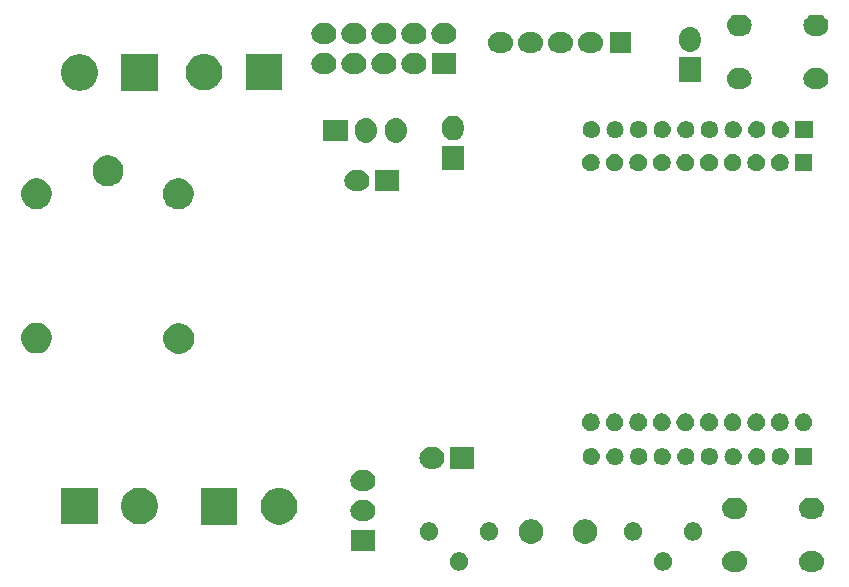
<source format=gbs>
G04 #@! TF.GenerationSoftware,KiCad,Pcbnew,(5.1.2)-1*
G04 #@! TF.CreationDate,2019-11-15T10:44:12-03:00*
G04 #@! TF.ProjectId,Xbee,58626565-2e6b-4696-9361-645f70636258,rev?*
G04 #@! TF.SameCoordinates,Original*
G04 #@! TF.FileFunction,Soldermask,Bot*
G04 #@! TF.FilePolarity,Negative*
%FSLAX46Y46*%
G04 Gerber Fmt 4.6, Leading zero omitted, Abs format (unit mm)*
G04 Created by KiCad (PCBNEW (5.1.2)-1) date 2019-11-15 10:44:12*
%MOMM*%
%LPD*%
G04 APERTURE LIST*
%ADD10C,0.150000*%
G04 APERTURE END LIST*
D10*
G36*
X151771442Y-77083518D02*
G01*
X151837627Y-77090037D01*
X152007466Y-77141557D01*
X152163991Y-77225222D01*
X152177890Y-77236629D01*
X152301186Y-77337814D01*
X152384448Y-77439271D01*
X152413778Y-77475009D01*
X152497443Y-77631534D01*
X152548963Y-77801373D01*
X152566359Y-77978000D01*
X152548963Y-78154627D01*
X152497443Y-78324466D01*
X152413778Y-78480991D01*
X152384448Y-78516729D01*
X152301186Y-78618186D01*
X152199729Y-78701448D01*
X152163991Y-78730778D01*
X152007466Y-78814443D01*
X151837627Y-78865963D01*
X151771443Y-78872481D01*
X151705260Y-78879000D01*
X151316740Y-78879000D01*
X151250557Y-78872481D01*
X151184373Y-78865963D01*
X151014534Y-78814443D01*
X150858009Y-78730778D01*
X150822271Y-78701448D01*
X150720814Y-78618186D01*
X150637552Y-78516729D01*
X150608222Y-78480991D01*
X150524557Y-78324466D01*
X150473037Y-78154627D01*
X150455641Y-77978000D01*
X150473037Y-77801373D01*
X150524557Y-77631534D01*
X150608222Y-77475009D01*
X150637552Y-77439271D01*
X150720814Y-77337814D01*
X150844110Y-77236629D01*
X150858009Y-77225222D01*
X151014534Y-77141557D01*
X151184373Y-77090037D01*
X151250558Y-77083518D01*
X151316740Y-77077000D01*
X151705260Y-77077000D01*
X151771442Y-77083518D01*
X151771442Y-77083518D01*
G37*
G36*
X145271442Y-77083518D02*
G01*
X145337627Y-77090037D01*
X145507466Y-77141557D01*
X145663991Y-77225222D01*
X145677890Y-77236629D01*
X145801186Y-77337814D01*
X145884448Y-77439271D01*
X145913778Y-77475009D01*
X145997443Y-77631534D01*
X146048963Y-77801373D01*
X146066359Y-77978000D01*
X146048963Y-78154627D01*
X145997443Y-78324466D01*
X145913778Y-78480991D01*
X145884448Y-78516729D01*
X145801186Y-78618186D01*
X145699729Y-78701448D01*
X145663991Y-78730778D01*
X145507466Y-78814443D01*
X145337627Y-78865963D01*
X145271443Y-78872481D01*
X145205260Y-78879000D01*
X144816740Y-78879000D01*
X144750557Y-78872481D01*
X144684373Y-78865963D01*
X144514534Y-78814443D01*
X144358009Y-78730778D01*
X144322271Y-78701448D01*
X144220814Y-78618186D01*
X144137552Y-78516729D01*
X144108222Y-78480991D01*
X144024557Y-78324466D01*
X143973037Y-78154627D01*
X143955641Y-77978000D01*
X143973037Y-77801373D01*
X144024557Y-77631534D01*
X144108222Y-77475009D01*
X144137552Y-77439271D01*
X144220814Y-77337814D01*
X144344110Y-77236629D01*
X144358009Y-77225222D01*
X144514534Y-77141557D01*
X144684373Y-77090037D01*
X144750558Y-77083518D01*
X144816740Y-77077000D01*
X145205260Y-77077000D01*
X145271442Y-77083518D01*
X145271442Y-77083518D01*
G37*
G36*
X139063589Y-77216876D02*
G01*
X139162893Y-77236629D01*
X139303206Y-77294748D01*
X139429484Y-77379125D01*
X139536875Y-77486516D01*
X139621252Y-77612794D01*
X139679371Y-77753107D01*
X139709000Y-77902063D01*
X139709000Y-78053937D01*
X139679371Y-78202893D01*
X139621252Y-78343206D01*
X139536875Y-78469484D01*
X139429484Y-78576875D01*
X139303206Y-78661252D01*
X139162893Y-78719371D01*
X139063589Y-78739124D01*
X139013938Y-78749000D01*
X138862062Y-78749000D01*
X138812411Y-78739124D01*
X138713107Y-78719371D01*
X138572794Y-78661252D01*
X138446516Y-78576875D01*
X138339125Y-78469484D01*
X138254748Y-78343206D01*
X138196629Y-78202893D01*
X138167000Y-78053937D01*
X138167000Y-77902063D01*
X138196629Y-77753107D01*
X138254748Y-77612794D01*
X138339125Y-77486516D01*
X138446516Y-77379125D01*
X138572794Y-77294748D01*
X138713107Y-77236629D01*
X138812411Y-77216876D01*
X138862062Y-77207000D01*
X139013938Y-77207000D01*
X139063589Y-77216876D01*
X139063589Y-77216876D01*
G37*
G36*
X121791589Y-77216876D02*
G01*
X121890893Y-77236629D01*
X122031206Y-77294748D01*
X122157484Y-77379125D01*
X122264875Y-77486516D01*
X122349252Y-77612794D01*
X122407371Y-77753107D01*
X122437000Y-77902063D01*
X122437000Y-78053937D01*
X122407371Y-78202893D01*
X122349252Y-78343206D01*
X122264875Y-78469484D01*
X122157484Y-78576875D01*
X122031206Y-78661252D01*
X121890893Y-78719371D01*
X121791589Y-78739124D01*
X121741938Y-78749000D01*
X121590062Y-78749000D01*
X121540411Y-78739124D01*
X121441107Y-78719371D01*
X121300794Y-78661252D01*
X121174516Y-78576875D01*
X121067125Y-78469484D01*
X120982748Y-78343206D01*
X120924629Y-78202893D01*
X120895000Y-78053937D01*
X120895000Y-77902063D01*
X120924629Y-77753107D01*
X120982748Y-77612794D01*
X121067125Y-77486516D01*
X121174516Y-77379125D01*
X121300794Y-77294748D01*
X121441107Y-77236629D01*
X121540411Y-77216876D01*
X121590062Y-77207000D01*
X121741938Y-77207000D01*
X121791589Y-77216876D01*
X121791589Y-77216876D01*
G37*
G36*
X114589000Y-77101000D02*
G01*
X112487000Y-77101000D01*
X112487000Y-75299000D01*
X114589000Y-75299000D01*
X114589000Y-77101000D01*
X114589000Y-77101000D01*
G37*
G36*
X128068564Y-74427389D02*
G01*
X128259833Y-74506615D01*
X128259835Y-74506616D01*
X128321715Y-74547963D01*
X128431973Y-74621635D01*
X128578365Y-74768027D01*
X128693385Y-74940167D01*
X128772611Y-75131436D01*
X128813000Y-75334484D01*
X128813000Y-75541516D01*
X128772611Y-75744564D01*
X128696015Y-75929483D01*
X128693384Y-75935835D01*
X128578365Y-76107973D01*
X128431973Y-76254365D01*
X128259835Y-76369384D01*
X128259834Y-76369385D01*
X128259833Y-76369385D01*
X128068564Y-76448611D01*
X127865516Y-76489000D01*
X127658484Y-76489000D01*
X127455436Y-76448611D01*
X127264167Y-76369385D01*
X127264166Y-76369385D01*
X127264165Y-76369384D01*
X127092027Y-76254365D01*
X126945635Y-76107973D01*
X126830616Y-75935835D01*
X126827985Y-75929483D01*
X126751389Y-75744564D01*
X126711000Y-75541516D01*
X126711000Y-75334484D01*
X126751389Y-75131436D01*
X126830615Y-74940167D01*
X126945635Y-74768027D01*
X127092027Y-74621635D01*
X127202285Y-74547963D01*
X127264165Y-74506616D01*
X127264167Y-74506615D01*
X127455436Y-74427389D01*
X127658484Y-74387000D01*
X127865516Y-74387000D01*
X128068564Y-74427389D01*
X128068564Y-74427389D01*
G37*
G36*
X132640564Y-74427389D02*
G01*
X132831833Y-74506615D01*
X132831835Y-74506616D01*
X132893715Y-74547963D01*
X133003973Y-74621635D01*
X133150365Y-74768027D01*
X133265385Y-74940167D01*
X133344611Y-75131436D01*
X133385000Y-75334484D01*
X133385000Y-75541516D01*
X133344611Y-75744564D01*
X133268015Y-75929483D01*
X133265384Y-75935835D01*
X133150365Y-76107973D01*
X133003973Y-76254365D01*
X132831835Y-76369384D01*
X132831834Y-76369385D01*
X132831833Y-76369385D01*
X132640564Y-76448611D01*
X132437516Y-76489000D01*
X132230484Y-76489000D01*
X132027436Y-76448611D01*
X131836167Y-76369385D01*
X131836166Y-76369385D01*
X131836165Y-76369384D01*
X131664027Y-76254365D01*
X131517635Y-76107973D01*
X131402616Y-75935835D01*
X131399985Y-75929483D01*
X131323389Y-75744564D01*
X131283000Y-75541516D01*
X131283000Y-75334484D01*
X131323389Y-75131436D01*
X131402615Y-74940167D01*
X131517635Y-74768027D01*
X131664027Y-74621635D01*
X131774285Y-74547963D01*
X131836165Y-74506616D01*
X131836167Y-74506615D01*
X132027436Y-74427389D01*
X132230484Y-74387000D01*
X132437516Y-74387000D01*
X132640564Y-74427389D01*
X132640564Y-74427389D01*
G37*
G36*
X136511537Y-74674479D02*
G01*
X136622893Y-74696629D01*
X136763206Y-74754748D01*
X136889484Y-74839125D01*
X136996875Y-74946516D01*
X137081252Y-75072794D01*
X137139371Y-75213107D01*
X137169000Y-75362063D01*
X137169000Y-75513937D01*
X137139371Y-75662893D01*
X137081252Y-75803206D01*
X136996875Y-75929484D01*
X136889484Y-76036875D01*
X136763206Y-76121252D01*
X136622893Y-76179371D01*
X136523589Y-76199124D01*
X136473938Y-76209000D01*
X136322062Y-76209000D01*
X136272411Y-76199124D01*
X136173107Y-76179371D01*
X136032794Y-76121252D01*
X135906516Y-76036875D01*
X135799125Y-75929484D01*
X135714748Y-75803206D01*
X135656629Y-75662893D01*
X135627000Y-75513937D01*
X135627000Y-75362063D01*
X135656629Y-75213107D01*
X135714748Y-75072794D01*
X135799125Y-74946516D01*
X135906516Y-74839125D01*
X136032794Y-74754748D01*
X136173107Y-74696629D01*
X136284463Y-74674479D01*
X136322062Y-74667000D01*
X136473938Y-74667000D01*
X136511537Y-74674479D01*
X136511537Y-74674479D01*
G37*
G36*
X141591537Y-74674479D02*
G01*
X141702893Y-74696629D01*
X141843206Y-74754748D01*
X141969484Y-74839125D01*
X142076875Y-74946516D01*
X142161252Y-75072794D01*
X142219371Y-75213107D01*
X142249000Y-75362063D01*
X142249000Y-75513937D01*
X142219371Y-75662893D01*
X142161252Y-75803206D01*
X142076875Y-75929484D01*
X141969484Y-76036875D01*
X141843206Y-76121252D01*
X141702893Y-76179371D01*
X141603589Y-76199124D01*
X141553938Y-76209000D01*
X141402062Y-76209000D01*
X141352411Y-76199124D01*
X141253107Y-76179371D01*
X141112794Y-76121252D01*
X140986516Y-76036875D01*
X140879125Y-75929484D01*
X140794748Y-75803206D01*
X140736629Y-75662893D01*
X140707000Y-75513937D01*
X140707000Y-75362063D01*
X140736629Y-75213107D01*
X140794748Y-75072794D01*
X140879125Y-74946516D01*
X140986516Y-74839125D01*
X141112794Y-74754748D01*
X141253107Y-74696629D01*
X141364463Y-74674479D01*
X141402062Y-74667000D01*
X141553938Y-74667000D01*
X141591537Y-74674479D01*
X141591537Y-74674479D01*
G37*
G36*
X119239537Y-74674479D02*
G01*
X119350893Y-74696629D01*
X119491206Y-74754748D01*
X119617484Y-74839125D01*
X119724875Y-74946516D01*
X119809252Y-75072794D01*
X119867371Y-75213107D01*
X119897000Y-75362063D01*
X119897000Y-75513937D01*
X119867371Y-75662893D01*
X119809252Y-75803206D01*
X119724875Y-75929484D01*
X119617484Y-76036875D01*
X119491206Y-76121252D01*
X119350893Y-76179371D01*
X119251589Y-76199124D01*
X119201938Y-76209000D01*
X119050062Y-76209000D01*
X119000411Y-76199124D01*
X118901107Y-76179371D01*
X118760794Y-76121252D01*
X118634516Y-76036875D01*
X118527125Y-75929484D01*
X118442748Y-75803206D01*
X118384629Y-75662893D01*
X118355000Y-75513937D01*
X118355000Y-75362063D01*
X118384629Y-75213107D01*
X118442748Y-75072794D01*
X118527125Y-74946516D01*
X118634516Y-74839125D01*
X118760794Y-74754748D01*
X118901107Y-74696629D01*
X119012463Y-74674479D01*
X119050062Y-74667000D01*
X119201938Y-74667000D01*
X119239537Y-74674479D01*
X119239537Y-74674479D01*
G37*
G36*
X124319537Y-74674479D02*
G01*
X124430893Y-74696629D01*
X124571206Y-74754748D01*
X124697484Y-74839125D01*
X124804875Y-74946516D01*
X124889252Y-75072794D01*
X124947371Y-75213107D01*
X124977000Y-75362063D01*
X124977000Y-75513937D01*
X124947371Y-75662893D01*
X124889252Y-75803206D01*
X124804875Y-75929484D01*
X124697484Y-76036875D01*
X124571206Y-76121252D01*
X124430893Y-76179371D01*
X124331589Y-76199124D01*
X124281938Y-76209000D01*
X124130062Y-76209000D01*
X124080411Y-76199124D01*
X123981107Y-76179371D01*
X123840794Y-76121252D01*
X123714516Y-76036875D01*
X123607125Y-75929484D01*
X123522748Y-75803206D01*
X123464629Y-75662893D01*
X123435000Y-75513937D01*
X123435000Y-75362063D01*
X123464629Y-75213107D01*
X123522748Y-75072794D01*
X123607125Y-74946516D01*
X123714516Y-74839125D01*
X123840794Y-74754748D01*
X123981107Y-74696629D01*
X124092463Y-74674479D01*
X124130062Y-74667000D01*
X124281938Y-74667000D01*
X124319537Y-74674479D01*
X124319537Y-74674479D01*
G37*
G36*
X102900000Y-74851000D02*
G01*
X99798000Y-74851000D01*
X99798000Y-71749000D01*
X102900000Y-71749000D01*
X102900000Y-74851000D01*
X102900000Y-74851000D01*
G37*
G36*
X106731585Y-71778802D02*
G01*
X106881410Y-71808604D01*
X107163674Y-71925521D01*
X107417705Y-72095259D01*
X107633741Y-72311295D01*
X107803479Y-72565326D01*
X107920396Y-72847590D01*
X107945741Y-72975009D01*
X107980000Y-73147239D01*
X107980000Y-73452761D01*
X107973911Y-73483373D01*
X107920396Y-73752410D01*
X107803479Y-74034674D01*
X107633741Y-74288705D01*
X107417705Y-74504741D01*
X107163674Y-74674479D01*
X106881410Y-74791396D01*
X106731585Y-74821198D01*
X106581761Y-74851000D01*
X106276239Y-74851000D01*
X106126415Y-74821198D01*
X105976590Y-74791396D01*
X105694326Y-74674479D01*
X105440295Y-74504741D01*
X105224259Y-74288705D01*
X105054521Y-74034674D01*
X104937604Y-73752410D01*
X104884089Y-73483373D01*
X104878000Y-73452761D01*
X104878000Y-73147239D01*
X104912259Y-72975009D01*
X104937604Y-72847590D01*
X105054521Y-72565326D01*
X105224259Y-72311295D01*
X105440295Y-72095259D01*
X105694326Y-71925521D01*
X105976590Y-71808604D01*
X106126415Y-71778802D01*
X106276239Y-71749000D01*
X106581761Y-71749000D01*
X106731585Y-71778802D01*
X106731585Y-71778802D01*
G37*
G36*
X94907444Y-71749000D02*
G01*
X95081410Y-71783604D01*
X95363674Y-71900521D01*
X95617705Y-72070259D01*
X95833741Y-72286295D01*
X96003479Y-72540326D01*
X96120396Y-72822590D01*
X96180000Y-73122240D01*
X96180000Y-73427760D01*
X96120396Y-73727410D01*
X96003479Y-74009674D01*
X95833741Y-74263705D01*
X95617705Y-74479741D01*
X95363674Y-74649479D01*
X95081410Y-74766396D01*
X94955726Y-74791396D01*
X94781761Y-74826000D01*
X94476239Y-74826000D01*
X94302274Y-74791396D01*
X94176590Y-74766396D01*
X93894326Y-74649479D01*
X93640295Y-74479741D01*
X93424259Y-74263705D01*
X93254521Y-74009674D01*
X93137604Y-73727410D01*
X93078000Y-73427760D01*
X93078000Y-73122240D01*
X93137604Y-72822590D01*
X93254521Y-72540326D01*
X93424259Y-72286295D01*
X93640295Y-72070259D01*
X93894326Y-71900521D01*
X94176590Y-71783604D01*
X94350556Y-71749000D01*
X94476239Y-71724000D01*
X94781761Y-71724000D01*
X94907444Y-71749000D01*
X94907444Y-71749000D01*
G37*
G36*
X91100000Y-74826000D02*
G01*
X87998000Y-74826000D01*
X87998000Y-71724000D01*
X91100000Y-71724000D01*
X91100000Y-74826000D01*
X91100000Y-74826000D01*
G37*
G36*
X113798442Y-72765518D02*
G01*
X113864627Y-72772037D01*
X114034466Y-72823557D01*
X114190991Y-72907222D01*
X114226729Y-72936552D01*
X114328186Y-73019814D01*
X114411448Y-73121271D01*
X114440778Y-73157009D01*
X114524443Y-73313534D01*
X114575963Y-73483373D01*
X114593359Y-73660000D01*
X114575963Y-73836627D01*
X114524443Y-74006466D01*
X114524442Y-74006468D01*
X114509365Y-74034674D01*
X114440778Y-74162991D01*
X114411448Y-74198729D01*
X114328186Y-74300186D01*
X114248035Y-74365963D01*
X114190991Y-74412778D01*
X114034466Y-74496443D01*
X113864627Y-74547963D01*
X113798442Y-74554482D01*
X113732260Y-74561000D01*
X113343740Y-74561000D01*
X113277558Y-74554482D01*
X113211373Y-74547963D01*
X113041534Y-74496443D01*
X112885009Y-74412778D01*
X112827965Y-74365963D01*
X112747814Y-74300186D01*
X112664552Y-74198729D01*
X112635222Y-74162991D01*
X112566635Y-74034674D01*
X112551558Y-74006468D01*
X112551557Y-74006466D01*
X112500037Y-73836627D01*
X112482641Y-73660000D01*
X112500037Y-73483373D01*
X112551557Y-73313534D01*
X112635222Y-73157009D01*
X112664552Y-73121271D01*
X112747814Y-73019814D01*
X112849271Y-72936552D01*
X112885009Y-72907222D01*
X113041534Y-72823557D01*
X113211373Y-72772037D01*
X113277558Y-72765518D01*
X113343740Y-72759000D01*
X113732260Y-72759000D01*
X113798442Y-72765518D01*
X113798442Y-72765518D01*
G37*
G36*
X145271442Y-72583518D02*
G01*
X145337627Y-72590037D01*
X145507466Y-72641557D01*
X145663991Y-72725222D01*
X145699729Y-72754552D01*
X145801186Y-72837814D01*
X145884448Y-72939271D01*
X145913778Y-72975009D01*
X145997443Y-73131534D01*
X146048963Y-73301373D01*
X146066359Y-73478000D01*
X146048963Y-73654627D01*
X145997443Y-73824466D01*
X145913778Y-73980991D01*
X145892871Y-74006466D01*
X145801186Y-74118186D01*
X145699729Y-74201448D01*
X145663991Y-74230778D01*
X145507466Y-74314443D01*
X145337627Y-74365963D01*
X145271442Y-74372482D01*
X145205260Y-74379000D01*
X144816740Y-74379000D01*
X144750558Y-74372482D01*
X144684373Y-74365963D01*
X144514534Y-74314443D01*
X144358009Y-74230778D01*
X144322271Y-74201448D01*
X144220814Y-74118186D01*
X144129129Y-74006466D01*
X144108222Y-73980991D01*
X144024557Y-73824466D01*
X143973037Y-73654627D01*
X143955641Y-73478000D01*
X143973037Y-73301373D01*
X144024557Y-73131534D01*
X144108222Y-72975009D01*
X144137552Y-72939271D01*
X144220814Y-72837814D01*
X144322271Y-72754552D01*
X144358009Y-72725222D01*
X144514534Y-72641557D01*
X144684373Y-72590037D01*
X144750558Y-72583518D01*
X144816740Y-72577000D01*
X145205260Y-72577000D01*
X145271442Y-72583518D01*
X145271442Y-72583518D01*
G37*
G36*
X151771442Y-72583518D02*
G01*
X151837627Y-72590037D01*
X152007466Y-72641557D01*
X152163991Y-72725222D01*
X152199729Y-72754552D01*
X152301186Y-72837814D01*
X152384448Y-72939271D01*
X152413778Y-72975009D01*
X152497443Y-73131534D01*
X152548963Y-73301373D01*
X152566359Y-73478000D01*
X152548963Y-73654627D01*
X152497443Y-73824466D01*
X152413778Y-73980991D01*
X152392871Y-74006466D01*
X152301186Y-74118186D01*
X152199729Y-74201448D01*
X152163991Y-74230778D01*
X152007466Y-74314443D01*
X151837627Y-74365963D01*
X151771442Y-74372482D01*
X151705260Y-74379000D01*
X151316740Y-74379000D01*
X151250558Y-74372482D01*
X151184373Y-74365963D01*
X151014534Y-74314443D01*
X150858009Y-74230778D01*
X150822271Y-74201448D01*
X150720814Y-74118186D01*
X150629129Y-74006466D01*
X150608222Y-73980991D01*
X150524557Y-73824466D01*
X150473037Y-73654627D01*
X150455641Y-73478000D01*
X150473037Y-73301373D01*
X150524557Y-73131534D01*
X150608222Y-72975009D01*
X150637552Y-72939271D01*
X150720814Y-72837814D01*
X150822271Y-72754552D01*
X150858009Y-72725222D01*
X151014534Y-72641557D01*
X151184373Y-72590037D01*
X151250558Y-72583518D01*
X151316740Y-72577000D01*
X151705260Y-72577000D01*
X151771442Y-72583518D01*
X151771442Y-72583518D01*
G37*
G36*
X113798442Y-70225518D02*
G01*
X113864627Y-70232037D01*
X114034466Y-70283557D01*
X114190991Y-70367222D01*
X114226729Y-70396552D01*
X114328186Y-70479814D01*
X114411448Y-70581271D01*
X114440778Y-70617009D01*
X114524443Y-70773534D01*
X114575963Y-70943373D01*
X114593359Y-71120000D01*
X114575963Y-71296627D01*
X114524443Y-71466466D01*
X114440778Y-71622991D01*
X114411448Y-71658729D01*
X114328186Y-71760186D01*
X114226729Y-71843448D01*
X114190991Y-71872778D01*
X114034466Y-71956443D01*
X113864627Y-72007963D01*
X113798443Y-72014481D01*
X113732260Y-72021000D01*
X113343740Y-72021000D01*
X113277557Y-72014481D01*
X113211373Y-72007963D01*
X113041534Y-71956443D01*
X112885009Y-71872778D01*
X112849271Y-71843448D01*
X112747814Y-71760186D01*
X112664552Y-71658729D01*
X112635222Y-71622991D01*
X112551557Y-71466466D01*
X112500037Y-71296627D01*
X112482641Y-71120000D01*
X112500037Y-70943373D01*
X112551557Y-70773534D01*
X112635222Y-70617009D01*
X112664552Y-70581271D01*
X112747814Y-70479814D01*
X112849271Y-70396552D01*
X112885009Y-70367222D01*
X113041534Y-70283557D01*
X113211373Y-70232037D01*
X113277558Y-70225518D01*
X113343740Y-70219000D01*
X113732260Y-70219000D01*
X113798442Y-70225518D01*
X113798442Y-70225518D01*
G37*
G36*
X122971000Y-70116000D02*
G01*
X120869000Y-70116000D01*
X120869000Y-68314000D01*
X122971000Y-68314000D01*
X122971000Y-70116000D01*
X122971000Y-70116000D01*
G37*
G36*
X119640442Y-68320518D02*
G01*
X119706627Y-68327037D01*
X119876466Y-68378557D01*
X120032991Y-68462222D01*
X120068729Y-68491552D01*
X120170186Y-68574814D01*
X120253448Y-68676271D01*
X120282778Y-68712009D01*
X120366443Y-68868534D01*
X120417963Y-69038373D01*
X120435359Y-69215000D01*
X120417963Y-69391627D01*
X120366443Y-69561466D01*
X120282778Y-69717991D01*
X120253448Y-69753729D01*
X120170186Y-69855186D01*
X120068729Y-69938448D01*
X120032991Y-69967778D01*
X119876466Y-70051443D01*
X119706627Y-70102963D01*
X119640442Y-70109482D01*
X119574260Y-70116000D01*
X119185740Y-70116000D01*
X119119558Y-70109482D01*
X119053373Y-70102963D01*
X118883534Y-70051443D01*
X118727009Y-69967778D01*
X118691271Y-69938448D01*
X118589814Y-69855186D01*
X118506552Y-69753729D01*
X118477222Y-69717991D01*
X118393557Y-69561466D01*
X118342037Y-69391627D01*
X118324641Y-69215000D01*
X118342037Y-69038373D01*
X118393557Y-68868534D01*
X118477222Y-68712009D01*
X118506552Y-68676271D01*
X118589814Y-68574814D01*
X118691271Y-68491552D01*
X118727009Y-68462222D01*
X118883534Y-68378557D01*
X119053373Y-68327037D01*
X119119558Y-68320518D01*
X119185740Y-68314000D01*
X119574260Y-68314000D01*
X119640442Y-68320518D01*
X119640442Y-68320518D01*
G37*
G36*
X142945213Y-68365502D02*
G01*
X143016321Y-68372505D01*
X143153172Y-68414019D01*
X143153175Y-68414020D01*
X143279294Y-68481432D01*
X143389843Y-68572157D01*
X143480568Y-68682706D01*
X143547980Y-68808825D01*
X143547981Y-68808828D01*
X143589495Y-68945679D01*
X143603512Y-69088000D01*
X143589495Y-69230321D01*
X143547981Y-69367172D01*
X143547980Y-69367175D01*
X143480568Y-69493294D01*
X143389843Y-69603843D01*
X143279294Y-69694568D01*
X143153175Y-69761980D01*
X143153172Y-69761981D01*
X143016321Y-69803495D01*
X142945213Y-69810498D01*
X142909660Y-69814000D01*
X142838340Y-69814000D01*
X142802787Y-69810498D01*
X142731679Y-69803495D01*
X142594828Y-69761981D01*
X142594825Y-69761980D01*
X142468706Y-69694568D01*
X142358157Y-69603843D01*
X142267432Y-69493294D01*
X142200020Y-69367175D01*
X142200019Y-69367172D01*
X142158505Y-69230321D01*
X142144488Y-69088000D01*
X142158505Y-68945679D01*
X142200019Y-68808828D01*
X142200020Y-68808825D01*
X142267432Y-68682706D01*
X142358157Y-68572157D01*
X142468706Y-68481432D01*
X142594825Y-68414020D01*
X142594828Y-68414019D01*
X142731679Y-68372505D01*
X142802787Y-68365502D01*
X142838340Y-68362000D01*
X142909660Y-68362000D01*
X142945213Y-68365502D01*
X142945213Y-68365502D01*
G37*
G36*
X146945213Y-68365502D02*
G01*
X147016321Y-68372505D01*
X147153172Y-68414019D01*
X147153175Y-68414020D01*
X147279294Y-68481432D01*
X147389843Y-68572157D01*
X147480568Y-68682706D01*
X147547980Y-68808825D01*
X147547981Y-68808828D01*
X147589495Y-68945679D01*
X147603512Y-69088000D01*
X147589495Y-69230321D01*
X147547981Y-69367172D01*
X147547980Y-69367175D01*
X147480568Y-69493294D01*
X147389843Y-69603843D01*
X147279294Y-69694568D01*
X147153175Y-69761980D01*
X147153172Y-69761981D01*
X147016321Y-69803495D01*
X146945213Y-69810498D01*
X146909660Y-69814000D01*
X146838340Y-69814000D01*
X146802787Y-69810498D01*
X146731679Y-69803495D01*
X146594828Y-69761981D01*
X146594825Y-69761980D01*
X146468706Y-69694568D01*
X146358157Y-69603843D01*
X146267432Y-69493294D01*
X146200020Y-69367175D01*
X146200019Y-69367172D01*
X146158505Y-69230321D01*
X146144488Y-69088000D01*
X146158505Y-68945679D01*
X146200019Y-68808828D01*
X146200020Y-68808825D01*
X146267432Y-68682706D01*
X146358157Y-68572157D01*
X146468706Y-68481432D01*
X146594825Y-68414020D01*
X146594828Y-68414019D01*
X146731679Y-68372505D01*
X146802787Y-68365502D01*
X146838340Y-68362000D01*
X146909660Y-68362000D01*
X146945213Y-68365502D01*
X146945213Y-68365502D01*
G37*
G36*
X151600000Y-69814000D02*
G01*
X150148000Y-69814000D01*
X150148000Y-68362000D01*
X151600000Y-68362000D01*
X151600000Y-69814000D01*
X151600000Y-69814000D01*
G37*
G36*
X148945213Y-68365502D02*
G01*
X149016321Y-68372505D01*
X149153172Y-68414019D01*
X149153175Y-68414020D01*
X149279294Y-68481432D01*
X149389843Y-68572157D01*
X149480568Y-68682706D01*
X149547980Y-68808825D01*
X149547981Y-68808828D01*
X149589495Y-68945679D01*
X149603512Y-69088000D01*
X149589495Y-69230321D01*
X149547981Y-69367172D01*
X149547980Y-69367175D01*
X149480568Y-69493294D01*
X149389843Y-69603843D01*
X149279294Y-69694568D01*
X149153175Y-69761980D01*
X149153172Y-69761981D01*
X149016321Y-69803495D01*
X148945213Y-69810498D01*
X148909660Y-69814000D01*
X148838340Y-69814000D01*
X148802787Y-69810498D01*
X148731679Y-69803495D01*
X148594828Y-69761981D01*
X148594825Y-69761980D01*
X148468706Y-69694568D01*
X148358157Y-69603843D01*
X148267432Y-69493294D01*
X148200020Y-69367175D01*
X148200019Y-69367172D01*
X148158505Y-69230321D01*
X148144488Y-69088000D01*
X148158505Y-68945679D01*
X148200019Y-68808828D01*
X148200020Y-68808825D01*
X148267432Y-68682706D01*
X148358157Y-68572157D01*
X148468706Y-68481432D01*
X148594825Y-68414020D01*
X148594828Y-68414019D01*
X148731679Y-68372505D01*
X148802787Y-68365502D01*
X148838340Y-68362000D01*
X148909660Y-68362000D01*
X148945213Y-68365502D01*
X148945213Y-68365502D01*
G37*
G36*
X144945213Y-68365502D02*
G01*
X145016321Y-68372505D01*
X145153172Y-68414019D01*
X145153175Y-68414020D01*
X145279294Y-68481432D01*
X145389843Y-68572157D01*
X145480568Y-68682706D01*
X145547980Y-68808825D01*
X145547981Y-68808828D01*
X145589495Y-68945679D01*
X145603512Y-69088000D01*
X145589495Y-69230321D01*
X145547981Y-69367172D01*
X145547980Y-69367175D01*
X145480568Y-69493294D01*
X145389843Y-69603843D01*
X145279294Y-69694568D01*
X145153175Y-69761980D01*
X145153172Y-69761981D01*
X145016321Y-69803495D01*
X144945213Y-69810498D01*
X144909660Y-69814000D01*
X144838340Y-69814000D01*
X144802787Y-69810498D01*
X144731679Y-69803495D01*
X144594828Y-69761981D01*
X144594825Y-69761980D01*
X144468706Y-69694568D01*
X144358157Y-69603843D01*
X144267432Y-69493294D01*
X144200020Y-69367175D01*
X144200019Y-69367172D01*
X144158505Y-69230321D01*
X144144488Y-69088000D01*
X144158505Y-68945679D01*
X144200019Y-68808828D01*
X144200020Y-68808825D01*
X144267432Y-68682706D01*
X144358157Y-68572157D01*
X144468706Y-68481432D01*
X144594825Y-68414020D01*
X144594828Y-68414019D01*
X144731679Y-68372505D01*
X144802787Y-68365502D01*
X144838340Y-68362000D01*
X144909660Y-68362000D01*
X144945213Y-68365502D01*
X144945213Y-68365502D01*
G37*
G36*
X140945213Y-68365502D02*
G01*
X141016321Y-68372505D01*
X141153172Y-68414019D01*
X141153175Y-68414020D01*
X141279294Y-68481432D01*
X141389843Y-68572157D01*
X141480568Y-68682706D01*
X141547980Y-68808825D01*
X141547981Y-68808828D01*
X141589495Y-68945679D01*
X141603512Y-69088000D01*
X141589495Y-69230321D01*
X141547981Y-69367172D01*
X141547980Y-69367175D01*
X141480568Y-69493294D01*
X141389843Y-69603843D01*
X141279294Y-69694568D01*
X141153175Y-69761980D01*
X141153172Y-69761981D01*
X141016321Y-69803495D01*
X140945213Y-69810498D01*
X140909660Y-69814000D01*
X140838340Y-69814000D01*
X140802787Y-69810498D01*
X140731679Y-69803495D01*
X140594828Y-69761981D01*
X140594825Y-69761980D01*
X140468706Y-69694568D01*
X140358157Y-69603843D01*
X140267432Y-69493294D01*
X140200020Y-69367175D01*
X140200019Y-69367172D01*
X140158505Y-69230321D01*
X140144488Y-69088000D01*
X140158505Y-68945679D01*
X140200019Y-68808828D01*
X140200020Y-68808825D01*
X140267432Y-68682706D01*
X140358157Y-68572157D01*
X140468706Y-68481432D01*
X140594825Y-68414020D01*
X140594828Y-68414019D01*
X140731679Y-68372505D01*
X140802787Y-68365502D01*
X140838340Y-68362000D01*
X140909660Y-68362000D01*
X140945213Y-68365502D01*
X140945213Y-68365502D01*
G37*
G36*
X138945213Y-68365502D02*
G01*
X139016321Y-68372505D01*
X139153172Y-68414019D01*
X139153175Y-68414020D01*
X139279294Y-68481432D01*
X139389843Y-68572157D01*
X139480568Y-68682706D01*
X139547980Y-68808825D01*
X139547981Y-68808828D01*
X139589495Y-68945679D01*
X139603512Y-69088000D01*
X139589495Y-69230321D01*
X139547981Y-69367172D01*
X139547980Y-69367175D01*
X139480568Y-69493294D01*
X139389843Y-69603843D01*
X139279294Y-69694568D01*
X139153175Y-69761980D01*
X139153172Y-69761981D01*
X139016321Y-69803495D01*
X138945213Y-69810498D01*
X138909660Y-69814000D01*
X138838340Y-69814000D01*
X138802787Y-69810498D01*
X138731679Y-69803495D01*
X138594828Y-69761981D01*
X138594825Y-69761980D01*
X138468706Y-69694568D01*
X138358157Y-69603843D01*
X138267432Y-69493294D01*
X138200020Y-69367175D01*
X138200019Y-69367172D01*
X138158505Y-69230321D01*
X138144488Y-69088000D01*
X138158505Y-68945679D01*
X138200019Y-68808828D01*
X138200020Y-68808825D01*
X138267432Y-68682706D01*
X138358157Y-68572157D01*
X138468706Y-68481432D01*
X138594825Y-68414020D01*
X138594828Y-68414019D01*
X138731679Y-68372505D01*
X138802787Y-68365502D01*
X138838340Y-68362000D01*
X138909660Y-68362000D01*
X138945213Y-68365502D01*
X138945213Y-68365502D01*
G37*
G36*
X136945213Y-68365502D02*
G01*
X137016321Y-68372505D01*
X137153172Y-68414019D01*
X137153175Y-68414020D01*
X137279294Y-68481432D01*
X137389843Y-68572157D01*
X137480568Y-68682706D01*
X137547980Y-68808825D01*
X137547981Y-68808828D01*
X137589495Y-68945679D01*
X137603512Y-69088000D01*
X137589495Y-69230321D01*
X137547981Y-69367172D01*
X137547980Y-69367175D01*
X137480568Y-69493294D01*
X137389843Y-69603843D01*
X137279294Y-69694568D01*
X137153175Y-69761980D01*
X137153172Y-69761981D01*
X137016321Y-69803495D01*
X136945213Y-69810498D01*
X136909660Y-69814000D01*
X136838340Y-69814000D01*
X136802787Y-69810498D01*
X136731679Y-69803495D01*
X136594828Y-69761981D01*
X136594825Y-69761980D01*
X136468706Y-69694568D01*
X136358157Y-69603843D01*
X136267432Y-69493294D01*
X136200020Y-69367175D01*
X136200019Y-69367172D01*
X136158505Y-69230321D01*
X136144488Y-69088000D01*
X136158505Y-68945679D01*
X136200019Y-68808828D01*
X136200020Y-68808825D01*
X136267432Y-68682706D01*
X136358157Y-68572157D01*
X136468706Y-68481432D01*
X136594825Y-68414020D01*
X136594828Y-68414019D01*
X136731679Y-68372505D01*
X136802787Y-68365502D01*
X136838340Y-68362000D01*
X136909660Y-68362000D01*
X136945213Y-68365502D01*
X136945213Y-68365502D01*
G37*
G36*
X132945213Y-68365502D02*
G01*
X133016321Y-68372505D01*
X133153172Y-68414019D01*
X133153175Y-68414020D01*
X133279294Y-68481432D01*
X133389843Y-68572157D01*
X133480568Y-68682706D01*
X133547980Y-68808825D01*
X133547981Y-68808828D01*
X133589495Y-68945679D01*
X133603512Y-69088000D01*
X133589495Y-69230321D01*
X133547981Y-69367172D01*
X133547980Y-69367175D01*
X133480568Y-69493294D01*
X133389843Y-69603843D01*
X133279294Y-69694568D01*
X133153175Y-69761980D01*
X133153172Y-69761981D01*
X133016321Y-69803495D01*
X132945213Y-69810498D01*
X132909660Y-69814000D01*
X132838340Y-69814000D01*
X132802787Y-69810498D01*
X132731679Y-69803495D01*
X132594828Y-69761981D01*
X132594825Y-69761980D01*
X132468706Y-69694568D01*
X132358157Y-69603843D01*
X132267432Y-69493294D01*
X132200020Y-69367175D01*
X132200019Y-69367172D01*
X132158505Y-69230321D01*
X132144488Y-69088000D01*
X132158505Y-68945679D01*
X132200019Y-68808828D01*
X132200020Y-68808825D01*
X132267432Y-68682706D01*
X132358157Y-68572157D01*
X132468706Y-68481432D01*
X132594825Y-68414020D01*
X132594828Y-68414019D01*
X132731679Y-68372505D01*
X132802787Y-68365502D01*
X132838340Y-68362000D01*
X132909660Y-68362000D01*
X132945213Y-68365502D01*
X132945213Y-68365502D01*
G37*
G36*
X134945213Y-68365502D02*
G01*
X135016321Y-68372505D01*
X135153172Y-68414019D01*
X135153175Y-68414020D01*
X135279294Y-68481432D01*
X135389843Y-68572157D01*
X135480568Y-68682706D01*
X135547980Y-68808825D01*
X135547981Y-68808828D01*
X135589495Y-68945679D01*
X135603512Y-69088000D01*
X135589495Y-69230321D01*
X135547981Y-69367172D01*
X135547980Y-69367175D01*
X135480568Y-69493294D01*
X135389843Y-69603843D01*
X135279294Y-69694568D01*
X135153175Y-69761980D01*
X135153172Y-69761981D01*
X135016321Y-69803495D01*
X134945213Y-69810498D01*
X134909660Y-69814000D01*
X134838340Y-69814000D01*
X134802787Y-69810498D01*
X134731679Y-69803495D01*
X134594828Y-69761981D01*
X134594825Y-69761980D01*
X134468706Y-69694568D01*
X134358157Y-69603843D01*
X134267432Y-69493294D01*
X134200020Y-69367175D01*
X134200019Y-69367172D01*
X134158505Y-69230321D01*
X134144488Y-69088000D01*
X134158505Y-68945679D01*
X134200019Y-68808828D01*
X134200020Y-68808825D01*
X134267432Y-68682706D01*
X134358157Y-68572157D01*
X134468706Y-68481432D01*
X134594825Y-68414020D01*
X134594828Y-68414019D01*
X134731679Y-68372505D01*
X134802787Y-68365502D01*
X134838340Y-68362000D01*
X134909660Y-68362000D01*
X134945213Y-68365502D01*
X134945213Y-68365502D01*
G37*
G36*
X151055699Y-65468580D02*
G01*
X151192372Y-65525192D01*
X151315375Y-65607380D01*
X151419980Y-65711985D01*
X151502168Y-65834988D01*
X151558780Y-65971661D01*
X151587640Y-66116753D01*
X151587640Y-66264687D01*
X151558780Y-66409779D01*
X151502168Y-66546452D01*
X151419980Y-66669455D01*
X151315375Y-66774060D01*
X151192372Y-66856248D01*
X151192371Y-66856249D01*
X151192370Y-66856249D01*
X151055699Y-66912860D01*
X150910608Y-66941720D01*
X150762672Y-66941720D01*
X150617581Y-66912860D01*
X150480910Y-66856249D01*
X150480909Y-66856249D01*
X150480908Y-66856248D01*
X150357905Y-66774060D01*
X150253300Y-66669455D01*
X150171112Y-66546452D01*
X150114500Y-66409779D01*
X150085640Y-66264687D01*
X150085640Y-66116753D01*
X150114500Y-65971661D01*
X150171112Y-65834988D01*
X150253300Y-65711985D01*
X150357905Y-65607380D01*
X150480908Y-65525192D01*
X150617581Y-65468580D01*
X150762672Y-65439720D01*
X150910608Y-65439720D01*
X151055699Y-65468580D01*
X151055699Y-65468580D01*
G37*
G36*
X149055699Y-65468580D02*
G01*
X149192372Y-65525192D01*
X149315375Y-65607380D01*
X149419980Y-65711985D01*
X149502168Y-65834988D01*
X149558780Y-65971661D01*
X149587640Y-66116753D01*
X149587640Y-66264687D01*
X149558780Y-66409779D01*
X149502168Y-66546452D01*
X149419980Y-66669455D01*
X149315375Y-66774060D01*
X149192372Y-66856248D01*
X149192371Y-66856249D01*
X149192370Y-66856249D01*
X149055699Y-66912860D01*
X148910608Y-66941720D01*
X148762672Y-66941720D01*
X148617581Y-66912860D01*
X148480910Y-66856249D01*
X148480909Y-66856249D01*
X148480908Y-66856248D01*
X148357905Y-66774060D01*
X148253300Y-66669455D01*
X148171112Y-66546452D01*
X148114500Y-66409779D01*
X148085640Y-66264687D01*
X148085640Y-66116753D01*
X148114500Y-65971661D01*
X148171112Y-65834988D01*
X148253300Y-65711985D01*
X148357905Y-65607380D01*
X148480908Y-65525192D01*
X148617581Y-65468580D01*
X148762672Y-65439720D01*
X148910608Y-65439720D01*
X149055699Y-65468580D01*
X149055699Y-65468580D01*
G37*
G36*
X147055699Y-65468580D02*
G01*
X147192372Y-65525192D01*
X147315375Y-65607380D01*
X147419980Y-65711985D01*
X147502168Y-65834988D01*
X147558780Y-65971661D01*
X147587640Y-66116753D01*
X147587640Y-66264687D01*
X147558780Y-66409779D01*
X147502168Y-66546452D01*
X147419980Y-66669455D01*
X147315375Y-66774060D01*
X147192372Y-66856248D01*
X147192371Y-66856249D01*
X147192370Y-66856249D01*
X147055699Y-66912860D01*
X146910608Y-66941720D01*
X146762672Y-66941720D01*
X146617581Y-66912860D01*
X146480910Y-66856249D01*
X146480909Y-66856249D01*
X146480908Y-66856248D01*
X146357905Y-66774060D01*
X146253300Y-66669455D01*
X146171112Y-66546452D01*
X146114500Y-66409779D01*
X146085640Y-66264687D01*
X146085640Y-66116753D01*
X146114500Y-65971661D01*
X146171112Y-65834988D01*
X146253300Y-65711985D01*
X146357905Y-65607380D01*
X146480908Y-65525192D01*
X146617581Y-65468580D01*
X146762672Y-65439720D01*
X146910608Y-65439720D01*
X147055699Y-65468580D01*
X147055699Y-65468580D01*
G37*
G36*
X145055699Y-65468580D02*
G01*
X145192372Y-65525192D01*
X145315375Y-65607380D01*
X145419980Y-65711985D01*
X145502168Y-65834988D01*
X145558780Y-65971661D01*
X145587640Y-66116753D01*
X145587640Y-66264687D01*
X145558780Y-66409779D01*
X145502168Y-66546452D01*
X145419980Y-66669455D01*
X145315375Y-66774060D01*
X145192372Y-66856248D01*
X145192371Y-66856249D01*
X145192370Y-66856249D01*
X145055699Y-66912860D01*
X144910608Y-66941720D01*
X144762672Y-66941720D01*
X144617581Y-66912860D01*
X144480910Y-66856249D01*
X144480909Y-66856249D01*
X144480908Y-66856248D01*
X144357905Y-66774060D01*
X144253300Y-66669455D01*
X144171112Y-66546452D01*
X144114500Y-66409779D01*
X144085640Y-66264687D01*
X144085640Y-66116753D01*
X144114500Y-65971661D01*
X144171112Y-65834988D01*
X144253300Y-65711985D01*
X144357905Y-65607380D01*
X144480908Y-65525192D01*
X144617581Y-65468580D01*
X144762672Y-65439720D01*
X144910608Y-65439720D01*
X145055699Y-65468580D01*
X145055699Y-65468580D01*
G37*
G36*
X143055699Y-65468580D02*
G01*
X143192372Y-65525192D01*
X143315375Y-65607380D01*
X143419980Y-65711985D01*
X143502168Y-65834988D01*
X143558780Y-65971661D01*
X143587640Y-66116753D01*
X143587640Y-66264687D01*
X143558780Y-66409779D01*
X143502168Y-66546452D01*
X143419980Y-66669455D01*
X143315375Y-66774060D01*
X143192372Y-66856248D01*
X143192371Y-66856249D01*
X143192370Y-66856249D01*
X143055699Y-66912860D01*
X142910608Y-66941720D01*
X142762672Y-66941720D01*
X142617581Y-66912860D01*
X142480910Y-66856249D01*
X142480909Y-66856249D01*
X142480908Y-66856248D01*
X142357905Y-66774060D01*
X142253300Y-66669455D01*
X142171112Y-66546452D01*
X142114500Y-66409779D01*
X142085640Y-66264687D01*
X142085640Y-66116753D01*
X142114500Y-65971661D01*
X142171112Y-65834988D01*
X142253300Y-65711985D01*
X142357905Y-65607380D01*
X142480908Y-65525192D01*
X142617581Y-65468580D01*
X142762672Y-65439720D01*
X142910608Y-65439720D01*
X143055699Y-65468580D01*
X143055699Y-65468580D01*
G37*
G36*
X139055699Y-65468580D02*
G01*
X139192372Y-65525192D01*
X139315375Y-65607380D01*
X139419980Y-65711985D01*
X139502168Y-65834988D01*
X139558780Y-65971661D01*
X139587640Y-66116753D01*
X139587640Y-66264687D01*
X139558780Y-66409779D01*
X139502168Y-66546452D01*
X139419980Y-66669455D01*
X139315375Y-66774060D01*
X139192372Y-66856248D01*
X139192371Y-66856249D01*
X139192370Y-66856249D01*
X139055699Y-66912860D01*
X138910608Y-66941720D01*
X138762672Y-66941720D01*
X138617581Y-66912860D01*
X138480910Y-66856249D01*
X138480909Y-66856249D01*
X138480908Y-66856248D01*
X138357905Y-66774060D01*
X138253300Y-66669455D01*
X138171112Y-66546452D01*
X138114500Y-66409779D01*
X138085640Y-66264687D01*
X138085640Y-66116753D01*
X138114500Y-65971661D01*
X138171112Y-65834988D01*
X138253300Y-65711985D01*
X138357905Y-65607380D01*
X138480908Y-65525192D01*
X138617581Y-65468580D01*
X138762672Y-65439720D01*
X138910608Y-65439720D01*
X139055699Y-65468580D01*
X139055699Y-65468580D01*
G37*
G36*
X137055699Y-65468580D02*
G01*
X137192372Y-65525192D01*
X137315375Y-65607380D01*
X137419980Y-65711985D01*
X137502168Y-65834988D01*
X137558780Y-65971661D01*
X137587640Y-66116753D01*
X137587640Y-66264687D01*
X137558780Y-66409779D01*
X137502168Y-66546452D01*
X137419980Y-66669455D01*
X137315375Y-66774060D01*
X137192372Y-66856248D01*
X137192371Y-66856249D01*
X137192370Y-66856249D01*
X137055699Y-66912860D01*
X136910608Y-66941720D01*
X136762672Y-66941720D01*
X136617581Y-66912860D01*
X136480910Y-66856249D01*
X136480909Y-66856249D01*
X136480908Y-66856248D01*
X136357905Y-66774060D01*
X136253300Y-66669455D01*
X136171112Y-66546452D01*
X136114500Y-66409779D01*
X136085640Y-66264687D01*
X136085640Y-66116753D01*
X136114500Y-65971661D01*
X136171112Y-65834988D01*
X136253300Y-65711985D01*
X136357905Y-65607380D01*
X136480908Y-65525192D01*
X136617581Y-65468580D01*
X136762672Y-65439720D01*
X136910608Y-65439720D01*
X137055699Y-65468580D01*
X137055699Y-65468580D01*
G37*
G36*
X133055699Y-65468580D02*
G01*
X133192372Y-65525192D01*
X133315375Y-65607380D01*
X133419980Y-65711985D01*
X133502168Y-65834988D01*
X133558780Y-65971661D01*
X133587640Y-66116753D01*
X133587640Y-66264687D01*
X133558780Y-66409779D01*
X133502168Y-66546452D01*
X133419980Y-66669455D01*
X133315375Y-66774060D01*
X133192372Y-66856248D01*
X133192371Y-66856249D01*
X133192370Y-66856249D01*
X133055699Y-66912860D01*
X132910608Y-66941720D01*
X132762672Y-66941720D01*
X132617581Y-66912860D01*
X132480910Y-66856249D01*
X132480909Y-66856249D01*
X132480908Y-66856248D01*
X132357905Y-66774060D01*
X132253300Y-66669455D01*
X132171112Y-66546452D01*
X132114500Y-66409779D01*
X132085640Y-66264687D01*
X132085640Y-66116753D01*
X132114500Y-65971661D01*
X132171112Y-65834988D01*
X132253300Y-65711985D01*
X132357905Y-65607380D01*
X132480908Y-65525192D01*
X132617581Y-65468580D01*
X132762672Y-65439720D01*
X132910608Y-65439720D01*
X133055699Y-65468580D01*
X133055699Y-65468580D01*
G37*
G36*
X135055699Y-65468580D02*
G01*
X135192372Y-65525192D01*
X135315375Y-65607380D01*
X135419980Y-65711985D01*
X135502168Y-65834988D01*
X135558780Y-65971661D01*
X135587640Y-66116753D01*
X135587640Y-66264687D01*
X135558780Y-66409779D01*
X135502168Y-66546452D01*
X135419980Y-66669455D01*
X135315375Y-66774060D01*
X135192372Y-66856248D01*
X135192371Y-66856249D01*
X135192370Y-66856249D01*
X135055699Y-66912860D01*
X134910608Y-66941720D01*
X134762672Y-66941720D01*
X134617581Y-66912860D01*
X134480910Y-66856249D01*
X134480909Y-66856249D01*
X134480908Y-66856248D01*
X134357905Y-66774060D01*
X134253300Y-66669455D01*
X134171112Y-66546452D01*
X134114500Y-66409779D01*
X134085640Y-66264687D01*
X134085640Y-66116753D01*
X134114500Y-65971661D01*
X134171112Y-65834988D01*
X134253300Y-65711985D01*
X134357905Y-65607380D01*
X134480908Y-65525192D01*
X134617581Y-65468580D01*
X134762672Y-65439720D01*
X134910608Y-65439720D01*
X135055699Y-65468580D01*
X135055699Y-65468580D01*
G37*
G36*
X141055699Y-65468580D02*
G01*
X141192372Y-65525192D01*
X141315375Y-65607380D01*
X141419980Y-65711985D01*
X141502168Y-65834988D01*
X141558780Y-65971661D01*
X141587640Y-66116753D01*
X141587640Y-66264687D01*
X141558780Y-66409779D01*
X141502168Y-66546452D01*
X141419980Y-66669455D01*
X141315375Y-66774060D01*
X141192372Y-66856248D01*
X141192371Y-66856249D01*
X141192370Y-66856249D01*
X141055699Y-66912860D01*
X140910608Y-66941720D01*
X140762672Y-66941720D01*
X140617581Y-66912860D01*
X140480910Y-66856249D01*
X140480909Y-66856249D01*
X140480908Y-66856248D01*
X140357905Y-66774060D01*
X140253300Y-66669455D01*
X140171112Y-66546452D01*
X140114500Y-66409779D01*
X140085640Y-66264687D01*
X140085640Y-66116753D01*
X140114500Y-65971661D01*
X140171112Y-65834988D01*
X140253300Y-65711985D01*
X140357905Y-65607380D01*
X140480908Y-65525192D01*
X140617581Y-65468580D01*
X140762672Y-65439720D01*
X140910608Y-65439720D01*
X141055699Y-65468580D01*
X141055699Y-65468580D01*
G37*
G36*
X98327487Y-57848996D02*
G01*
X98564253Y-57947068D01*
X98564255Y-57947069D01*
X98777339Y-58089447D01*
X98958553Y-58270661D01*
X99100932Y-58483747D01*
X99199004Y-58720513D01*
X99249000Y-58971861D01*
X99249000Y-59228139D01*
X99199004Y-59479487D01*
X99121642Y-59666255D01*
X99100931Y-59716255D01*
X98958553Y-59929339D01*
X98777339Y-60110553D01*
X98564255Y-60252931D01*
X98564254Y-60252932D01*
X98564253Y-60252932D01*
X98327487Y-60351004D01*
X98076139Y-60401000D01*
X97819861Y-60401000D01*
X97568513Y-60351004D01*
X97331747Y-60252932D01*
X97331746Y-60252932D01*
X97331745Y-60252931D01*
X97118661Y-60110553D01*
X96937447Y-59929339D01*
X96795069Y-59716255D01*
X96774358Y-59666255D01*
X96696996Y-59479487D01*
X96647000Y-59228139D01*
X96647000Y-58971861D01*
X96696996Y-58720513D01*
X96795068Y-58483747D01*
X96937447Y-58270661D01*
X97118661Y-58089447D01*
X97331745Y-57947069D01*
X97331747Y-57947068D01*
X97568513Y-57848996D01*
X97819861Y-57799000D01*
X98076139Y-57799000D01*
X98327487Y-57848996D01*
X98327487Y-57848996D01*
G37*
G36*
X86277487Y-57798996D02*
G01*
X86514253Y-57897068D01*
X86514255Y-57897069D01*
X86589084Y-57947068D01*
X86727339Y-58039447D01*
X86908553Y-58220661D01*
X87050932Y-58433747D01*
X87149004Y-58670513D01*
X87199000Y-58921861D01*
X87199000Y-59178139D01*
X87149004Y-59429487D01*
X87050932Y-59666253D01*
X87050931Y-59666255D01*
X86908553Y-59879339D01*
X86727339Y-60060553D01*
X86514255Y-60202931D01*
X86514254Y-60202932D01*
X86514253Y-60202932D01*
X86277487Y-60301004D01*
X86026139Y-60351000D01*
X85769861Y-60351000D01*
X85518513Y-60301004D01*
X85281747Y-60202932D01*
X85281746Y-60202932D01*
X85281745Y-60202931D01*
X85068661Y-60060553D01*
X84887447Y-59879339D01*
X84745069Y-59666255D01*
X84745068Y-59666253D01*
X84646996Y-59429487D01*
X84597000Y-59178139D01*
X84597000Y-58921861D01*
X84646996Y-58670513D01*
X84745068Y-58433747D01*
X84887447Y-58220661D01*
X85068661Y-58039447D01*
X85206916Y-57947068D01*
X85281745Y-57897069D01*
X85281747Y-57897068D01*
X85518513Y-57798996D01*
X85769861Y-57749000D01*
X86026139Y-57749000D01*
X86277487Y-57798996D01*
X86277487Y-57798996D01*
G37*
G36*
X98277487Y-45598996D02*
G01*
X98514253Y-45697068D01*
X98514255Y-45697069D01*
X98727339Y-45839447D01*
X98908553Y-46020661D01*
X99029052Y-46201000D01*
X99050932Y-46233747D01*
X99149004Y-46470513D01*
X99199000Y-46721861D01*
X99199000Y-46978139D01*
X99149004Y-47229487D01*
X99050932Y-47466253D01*
X99050931Y-47466255D01*
X98908553Y-47679339D01*
X98727339Y-47860553D01*
X98514255Y-48002931D01*
X98514254Y-48002932D01*
X98514253Y-48002932D01*
X98277487Y-48101004D01*
X98026139Y-48151000D01*
X97769861Y-48151000D01*
X97518513Y-48101004D01*
X97281747Y-48002932D01*
X97281746Y-48002932D01*
X97281745Y-48002931D01*
X97068661Y-47860553D01*
X96887447Y-47679339D01*
X96745069Y-47466255D01*
X96745068Y-47466253D01*
X96646996Y-47229487D01*
X96597000Y-46978139D01*
X96597000Y-46721861D01*
X96646996Y-46470513D01*
X96745068Y-46233747D01*
X96766949Y-46201000D01*
X96887447Y-46020661D01*
X97068661Y-45839447D01*
X97281745Y-45697069D01*
X97281747Y-45697068D01*
X97518513Y-45598996D01*
X97769861Y-45549000D01*
X98026139Y-45549000D01*
X98277487Y-45598996D01*
X98277487Y-45598996D01*
G37*
G36*
X86277487Y-45598996D02*
G01*
X86514253Y-45697068D01*
X86514255Y-45697069D01*
X86727339Y-45839447D01*
X86908553Y-46020661D01*
X87029052Y-46201000D01*
X87050932Y-46233747D01*
X87149004Y-46470513D01*
X87199000Y-46721861D01*
X87199000Y-46978139D01*
X87149004Y-47229487D01*
X87050932Y-47466253D01*
X87050931Y-47466255D01*
X86908553Y-47679339D01*
X86727339Y-47860553D01*
X86514255Y-48002931D01*
X86514254Y-48002932D01*
X86514253Y-48002932D01*
X86277487Y-48101004D01*
X86026139Y-48151000D01*
X85769861Y-48151000D01*
X85518513Y-48101004D01*
X85281747Y-48002932D01*
X85281746Y-48002932D01*
X85281745Y-48002931D01*
X85068661Y-47860553D01*
X84887447Y-47679339D01*
X84745069Y-47466255D01*
X84745068Y-47466253D01*
X84646996Y-47229487D01*
X84597000Y-46978139D01*
X84597000Y-46721861D01*
X84646996Y-46470513D01*
X84745068Y-46233747D01*
X84766949Y-46201000D01*
X84887447Y-46020661D01*
X85068661Y-45839447D01*
X85281745Y-45697069D01*
X85281747Y-45697068D01*
X85518513Y-45598996D01*
X85769861Y-45549000D01*
X86026139Y-45549000D01*
X86277487Y-45598996D01*
X86277487Y-45598996D01*
G37*
G36*
X113290442Y-44825518D02*
G01*
X113356627Y-44832037D01*
X113526466Y-44883557D01*
X113682991Y-44967222D01*
X113718729Y-44996552D01*
X113820186Y-45079814D01*
X113903448Y-45181271D01*
X113932778Y-45217009D01*
X114016443Y-45373534D01*
X114067963Y-45543373D01*
X114085359Y-45720000D01*
X114067963Y-45896627D01*
X114016443Y-46066466D01*
X113932778Y-46222991D01*
X113903448Y-46258729D01*
X113820186Y-46360186D01*
X113718729Y-46443448D01*
X113682991Y-46472778D01*
X113526466Y-46556443D01*
X113356627Y-46607963D01*
X113290443Y-46614481D01*
X113224260Y-46621000D01*
X112835740Y-46621000D01*
X112769558Y-46614482D01*
X112703373Y-46607963D01*
X112533534Y-46556443D01*
X112377009Y-46472778D01*
X112341271Y-46443448D01*
X112239814Y-46360186D01*
X112156552Y-46258729D01*
X112127222Y-46222991D01*
X112043557Y-46066466D01*
X111992037Y-45896627D01*
X111974641Y-45720000D01*
X111992037Y-45543373D01*
X112043557Y-45373534D01*
X112127222Y-45217009D01*
X112156552Y-45181271D01*
X112239814Y-45079814D01*
X112341271Y-44996552D01*
X112377009Y-44967222D01*
X112533534Y-44883557D01*
X112703373Y-44832037D01*
X112769558Y-44825518D01*
X112835740Y-44819000D01*
X113224260Y-44819000D01*
X113290442Y-44825518D01*
X113290442Y-44825518D01*
G37*
G36*
X116621000Y-46621000D02*
G01*
X114519000Y-46621000D01*
X114519000Y-44819000D01*
X116621000Y-44819000D01*
X116621000Y-46621000D01*
X116621000Y-46621000D01*
G37*
G36*
X92327487Y-43648996D02*
G01*
X92564253Y-43747068D01*
X92564255Y-43747069D01*
X92777339Y-43889447D01*
X92958553Y-44070661D01*
X93088198Y-44264688D01*
X93100932Y-44283747D01*
X93199004Y-44520513D01*
X93249000Y-44771861D01*
X93249000Y-45028139D01*
X93199004Y-45279487D01*
X93160049Y-45373532D01*
X93100931Y-45516255D01*
X92958553Y-45729339D01*
X92777339Y-45910553D01*
X92564255Y-46052931D01*
X92564254Y-46052932D01*
X92564253Y-46052932D01*
X92327487Y-46151004D01*
X92076139Y-46201000D01*
X91819861Y-46201000D01*
X91568513Y-46151004D01*
X91331747Y-46052932D01*
X91331746Y-46052932D01*
X91331745Y-46052931D01*
X91118661Y-45910553D01*
X90937447Y-45729339D01*
X90795069Y-45516255D01*
X90735951Y-45373532D01*
X90696996Y-45279487D01*
X90647000Y-45028139D01*
X90647000Y-44771861D01*
X90696996Y-44520513D01*
X90795068Y-44283747D01*
X90807803Y-44264688D01*
X90937447Y-44070661D01*
X91118661Y-43889447D01*
X91331745Y-43747069D01*
X91331747Y-43747068D01*
X91568513Y-43648996D01*
X91819861Y-43599000D01*
X92076139Y-43599000D01*
X92327487Y-43648996D01*
X92327487Y-43648996D01*
G37*
G36*
X135055699Y-43468580D02*
G01*
X135192372Y-43525192D01*
X135315375Y-43607380D01*
X135419980Y-43711985D01*
X135502168Y-43834988D01*
X135558780Y-43971661D01*
X135587640Y-44116753D01*
X135587640Y-44264687D01*
X135558780Y-44409779D01*
X135502168Y-44546452D01*
X135419980Y-44669455D01*
X135315375Y-44774060D01*
X135192372Y-44856248D01*
X135192371Y-44856249D01*
X135192370Y-44856249D01*
X135055699Y-44912860D01*
X134910608Y-44941720D01*
X134762672Y-44941720D01*
X134617581Y-44912860D01*
X134480910Y-44856249D01*
X134480909Y-44856249D01*
X134480908Y-44856248D01*
X134357905Y-44774060D01*
X134253300Y-44669455D01*
X134171112Y-44546452D01*
X134114500Y-44409779D01*
X134085640Y-44264687D01*
X134085640Y-44116753D01*
X134114500Y-43971661D01*
X134171112Y-43834988D01*
X134253300Y-43711985D01*
X134357905Y-43607380D01*
X134480908Y-43525192D01*
X134617581Y-43468580D01*
X134762672Y-43439720D01*
X134910608Y-43439720D01*
X135055699Y-43468580D01*
X135055699Y-43468580D01*
G37*
G36*
X149055699Y-43468580D02*
G01*
X149192372Y-43525192D01*
X149315375Y-43607380D01*
X149419980Y-43711985D01*
X149502168Y-43834988D01*
X149558780Y-43971661D01*
X149587640Y-44116753D01*
X149587640Y-44264687D01*
X149558780Y-44409779D01*
X149502168Y-44546452D01*
X149419980Y-44669455D01*
X149315375Y-44774060D01*
X149192372Y-44856248D01*
X149192371Y-44856249D01*
X149192370Y-44856249D01*
X149055699Y-44912860D01*
X148910608Y-44941720D01*
X148762672Y-44941720D01*
X148617581Y-44912860D01*
X148480910Y-44856249D01*
X148480909Y-44856249D01*
X148480908Y-44856248D01*
X148357905Y-44774060D01*
X148253300Y-44669455D01*
X148171112Y-44546452D01*
X148114500Y-44409779D01*
X148085640Y-44264687D01*
X148085640Y-44116753D01*
X148114500Y-43971661D01*
X148171112Y-43834988D01*
X148253300Y-43711985D01*
X148357905Y-43607380D01*
X148480908Y-43525192D01*
X148617581Y-43468580D01*
X148762672Y-43439720D01*
X148910608Y-43439720D01*
X149055699Y-43468580D01*
X149055699Y-43468580D01*
G37*
G36*
X137055699Y-43468580D02*
G01*
X137192372Y-43525192D01*
X137315375Y-43607380D01*
X137419980Y-43711985D01*
X137502168Y-43834988D01*
X137558780Y-43971661D01*
X137587640Y-44116753D01*
X137587640Y-44264687D01*
X137558780Y-44409779D01*
X137502168Y-44546452D01*
X137419980Y-44669455D01*
X137315375Y-44774060D01*
X137192372Y-44856248D01*
X137192371Y-44856249D01*
X137192370Y-44856249D01*
X137055699Y-44912860D01*
X136910608Y-44941720D01*
X136762672Y-44941720D01*
X136617581Y-44912860D01*
X136480910Y-44856249D01*
X136480909Y-44856249D01*
X136480908Y-44856248D01*
X136357905Y-44774060D01*
X136253300Y-44669455D01*
X136171112Y-44546452D01*
X136114500Y-44409779D01*
X136085640Y-44264687D01*
X136085640Y-44116753D01*
X136114500Y-43971661D01*
X136171112Y-43834988D01*
X136253300Y-43711985D01*
X136357905Y-43607380D01*
X136480908Y-43525192D01*
X136617581Y-43468580D01*
X136762672Y-43439720D01*
X136910608Y-43439720D01*
X137055699Y-43468580D01*
X137055699Y-43468580D01*
G37*
G36*
X139055699Y-43468580D02*
G01*
X139192372Y-43525192D01*
X139315375Y-43607380D01*
X139419980Y-43711985D01*
X139502168Y-43834988D01*
X139558780Y-43971661D01*
X139587640Y-44116753D01*
X139587640Y-44264687D01*
X139558780Y-44409779D01*
X139502168Y-44546452D01*
X139419980Y-44669455D01*
X139315375Y-44774060D01*
X139192372Y-44856248D01*
X139192371Y-44856249D01*
X139192370Y-44856249D01*
X139055699Y-44912860D01*
X138910608Y-44941720D01*
X138762672Y-44941720D01*
X138617581Y-44912860D01*
X138480910Y-44856249D01*
X138480909Y-44856249D01*
X138480908Y-44856248D01*
X138357905Y-44774060D01*
X138253300Y-44669455D01*
X138171112Y-44546452D01*
X138114500Y-44409779D01*
X138085640Y-44264687D01*
X138085640Y-44116753D01*
X138114500Y-43971661D01*
X138171112Y-43834988D01*
X138253300Y-43711985D01*
X138357905Y-43607380D01*
X138480908Y-43525192D01*
X138617581Y-43468580D01*
X138762672Y-43439720D01*
X138910608Y-43439720D01*
X139055699Y-43468580D01*
X139055699Y-43468580D01*
G37*
G36*
X141055699Y-43468580D02*
G01*
X141192372Y-43525192D01*
X141315375Y-43607380D01*
X141419980Y-43711985D01*
X141502168Y-43834988D01*
X141558780Y-43971661D01*
X141587640Y-44116753D01*
X141587640Y-44264687D01*
X141558780Y-44409779D01*
X141502168Y-44546452D01*
X141419980Y-44669455D01*
X141315375Y-44774060D01*
X141192372Y-44856248D01*
X141192371Y-44856249D01*
X141192370Y-44856249D01*
X141055699Y-44912860D01*
X140910608Y-44941720D01*
X140762672Y-44941720D01*
X140617581Y-44912860D01*
X140480910Y-44856249D01*
X140480909Y-44856249D01*
X140480908Y-44856248D01*
X140357905Y-44774060D01*
X140253300Y-44669455D01*
X140171112Y-44546452D01*
X140114500Y-44409779D01*
X140085640Y-44264687D01*
X140085640Y-44116753D01*
X140114500Y-43971661D01*
X140171112Y-43834988D01*
X140253300Y-43711985D01*
X140357905Y-43607380D01*
X140480908Y-43525192D01*
X140617581Y-43468580D01*
X140762672Y-43439720D01*
X140910608Y-43439720D01*
X141055699Y-43468580D01*
X141055699Y-43468580D01*
G37*
G36*
X145055699Y-43468580D02*
G01*
X145192372Y-43525192D01*
X145315375Y-43607380D01*
X145419980Y-43711985D01*
X145502168Y-43834988D01*
X145558780Y-43971661D01*
X145587640Y-44116753D01*
X145587640Y-44264687D01*
X145558780Y-44409779D01*
X145502168Y-44546452D01*
X145419980Y-44669455D01*
X145315375Y-44774060D01*
X145192372Y-44856248D01*
X145192371Y-44856249D01*
X145192370Y-44856249D01*
X145055699Y-44912860D01*
X144910608Y-44941720D01*
X144762672Y-44941720D01*
X144617581Y-44912860D01*
X144480910Y-44856249D01*
X144480909Y-44856249D01*
X144480908Y-44856248D01*
X144357905Y-44774060D01*
X144253300Y-44669455D01*
X144171112Y-44546452D01*
X144114500Y-44409779D01*
X144085640Y-44264687D01*
X144085640Y-44116753D01*
X144114500Y-43971661D01*
X144171112Y-43834988D01*
X144253300Y-43711985D01*
X144357905Y-43607380D01*
X144480908Y-43525192D01*
X144617581Y-43468580D01*
X144762672Y-43439720D01*
X144910608Y-43439720D01*
X145055699Y-43468580D01*
X145055699Y-43468580D01*
G37*
G36*
X143055699Y-43468580D02*
G01*
X143192372Y-43525192D01*
X143315375Y-43607380D01*
X143419980Y-43711985D01*
X143502168Y-43834988D01*
X143558780Y-43971661D01*
X143587640Y-44116753D01*
X143587640Y-44264687D01*
X143558780Y-44409779D01*
X143502168Y-44546452D01*
X143419980Y-44669455D01*
X143315375Y-44774060D01*
X143192372Y-44856248D01*
X143192371Y-44856249D01*
X143192370Y-44856249D01*
X143055699Y-44912860D01*
X142910608Y-44941720D01*
X142762672Y-44941720D01*
X142617581Y-44912860D01*
X142480910Y-44856249D01*
X142480909Y-44856249D01*
X142480908Y-44856248D01*
X142357905Y-44774060D01*
X142253300Y-44669455D01*
X142171112Y-44546452D01*
X142114500Y-44409779D01*
X142085640Y-44264687D01*
X142085640Y-44116753D01*
X142114500Y-43971661D01*
X142171112Y-43834988D01*
X142253300Y-43711985D01*
X142357905Y-43607380D01*
X142480908Y-43525192D01*
X142617581Y-43468580D01*
X142762672Y-43439720D01*
X142910608Y-43439720D01*
X143055699Y-43468580D01*
X143055699Y-43468580D01*
G37*
G36*
X133055699Y-43468580D02*
G01*
X133192372Y-43525192D01*
X133315375Y-43607380D01*
X133419980Y-43711985D01*
X133502168Y-43834988D01*
X133558780Y-43971661D01*
X133587640Y-44116753D01*
X133587640Y-44264687D01*
X133558780Y-44409779D01*
X133502168Y-44546452D01*
X133419980Y-44669455D01*
X133315375Y-44774060D01*
X133192372Y-44856248D01*
X133192371Y-44856249D01*
X133192370Y-44856249D01*
X133055699Y-44912860D01*
X132910608Y-44941720D01*
X132762672Y-44941720D01*
X132617581Y-44912860D01*
X132480910Y-44856249D01*
X132480909Y-44856249D01*
X132480908Y-44856248D01*
X132357905Y-44774060D01*
X132253300Y-44669455D01*
X132171112Y-44546452D01*
X132114500Y-44409779D01*
X132085640Y-44264687D01*
X132085640Y-44116753D01*
X132114500Y-43971661D01*
X132171112Y-43834988D01*
X132253300Y-43711985D01*
X132357905Y-43607380D01*
X132480908Y-43525192D01*
X132617581Y-43468580D01*
X132762672Y-43439720D01*
X132910608Y-43439720D01*
X133055699Y-43468580D01*
X133055699Y-43468580D01*
G37*
G36*
X151587640Y-44941720D02*
G01*
X150085640Y-44941720D01*
X150085640Y-43439720D01*
X151587640Y-43439720D01*
X151587640Y-44941720D01*
X151587640Y-44941720D01*
G37*
G36*
X147055699Y-43468580D02*
G01*
X147192372Y-43525192D01*
X147315375Y-43607380D01*
X147419980Y-43711985D01*
X147502168Y-43834988D01*
X147558780Y-43971661D01*
X147587640Y-44116753D01*
X147587640Y-44264687D01*
X147558780Y-44409779D01*
X147502168Y-44546452D01*
X147419980Y-44669455D01*
X147315375Y-44774060D01*
X147192372Y-44856248D01*
X147192371Y-44856249D01*
X147192370Y-44856249D01*
X147055699Y-44912860D01*
X146910608Y-44941720D01*
X146762672Y-44941720D01*
X146617581Y-44912860D01*
X146480910Y-44856249D01*
X146480909Y-44856249D01*
X146480908Y-44856248D01*
X146357905Y-44774060D01*
X146253300Y-44669455D01*
X146171112Y-44546452D01*
X146114500Y-44409779D01*
X146085640Y-44264687D01*
X146085640Y-44116753D01*
X146114500Y-43971661D01*
X146171112Y-43834988D01*
X146253300Y-43711985D01*
X146357905Y-43607380D01*
X146480908Y-43525192D01*
X146617581Y-43468580D01*
X146762672Y-43439720D01*
X146910608Y-43439720D01*
X147055699Y-43468580D01*
X147055699Y-43468580D01*
G37*
G36*
X122059000Y-44866000D02*
G01*
X120257000Y-44866000D01*
X120257000Y-42764000D01*
X122059000Y-42764000D01*
X122059000Y-44866000D01*
X122059000Y-44866000D01*
G37*
G36*
X116506086Y-40430077D02*
G01*
X116675925Y-40481597D01*
X116675927Y-40481598D01*
X116832449Y-40565261D01*
X116969646Y-40677854D01*
X117052269Y-40778532D01*
X117082238Y-40815049D01*
X117165903Y-40971574D01*
X117217423Y-41141413D01*
X117230460Y-41273782D01*
X117230460Y-41662297D01*
X117217423Y-41794666D01*
X117165903Y-41964506D01*
X117082238Y-42121031D01*
X117052908Y-42156769D01*
X116969646Y-42258226D01*
X116881750Y-42330359D01*
X116832451Y-42370818D01*
X116675926Y-42454483D01*
X116506087Y-42506003D01*
X116329460Y-42523399D01*
X116152834Y-42506003D01*
X115982995Y-42454483D01*
X115826470Y-42370818D01*
X115689275Y-42258225D01*
X115576682Y-42121031D01*
X115493017Y-41964506D01*
X115441497Y-41794667D01*
X115428460Y-41662298D01*
X115428460Y-41273783D01*
X115441497Y-41141414D01*
X115493017Y-40971575D01*
X115576682Y-40815050D01*
X115592782Y-40795432D01*
X115689274Y-40677854D01*
X115824303Y-40567040D01*
X115826469Y-40565262D01*
X115904732Y-40523429D01*
X115982992Y-40481598D01*
X115982994Y-40481597D01*
X116152833Y-40430077D01*
X116329460Y-40412681D01*
X116506086Y-40430077D01*
X116506086Y-40430077D01*
G37*
G36*
X113966086Y-40430077D02*
G01*
X114135925Y-40481597D01*
X114135927Y-40481598D01*
X114292449Y-40565261D01*
X114429646Y-40677854D01*
X114512269Y-40778532D01*
X114542238Y-40815049D01*
X114625903Y-40971574D01*
X114677423Y-41141413D01*
X114690460Y-41273782D01*
X114690460Y-41662297D01*
X114677423Y-41794666D01*
X114625903Y-41964506D01*
X114542238Y-42121031D01*
X114512908Y-42156769D01*
X114429646Y-42258226D01*
X114341750Y-42330359D01*
X114292451Y-42370818D01*
X114135926Y-42454483D01*
X113966087Y-42506003D01*
X113789460Y-42523399D01*
X113612834Y-42506003D01*
X113442995Y-42454483D01*
X113286470Y-42370818D01*
X113149275Y-42258225D01*
X113036682Y-42121031D01*
X112953017Y-41964506D01*
X112901497Y-41794667D01*
X112888460Y-41662298D01*
X112888460Y-41273783D01*
X112901497Y-41141414D01*
X112953017Y-40971575D01*
X113036682Y-40815050D01*
X113052782Y-40795432D01*
X113149274Y-40677854D01*
X113284303Y-40567040D01*
X113286469Y-40565262D01*
X113364732Y-40523429D01*
X113442992Y-40481598D01*
X113442994Y-40481597D01*
X113612833Y-40430077D01*
X113789460Y-40412681D01*
X113966086Y-40430077D01*
X113966086Y-40430077D01*
G37*
G36*
X112300460Y-42369040D02*
G01*
X110198460Y-42369040D01*
X110198460Y-40567040D01*
X112300460Y-40567040D01*
X112300460Y-42369040D01*
X112300460Y-42369040D01*
G37*
G36*
X121334627Y-40237037D02*
G01*
X121504466Y-40288557D01*
X121660991Y-40372222D01*
X121696729Y-40401552D01*
X121798186Y-40484814D01*
X121864206Y-40565261D01*
X121910778Y-40622009D01*
X121994443Y-40778534D01*
X122045963Y-40948374D01*
X122059000Y-41080743D01*
X122059000Y-41469258D01*
X122045963Y-41601627D01*
X121994443Y-41771466D01*
X121910778Y-41927991D01*
X121881448Y-41963729D01*
X121798186Y-42065186D01*
X121660989Y-42177779D01*
X121510484Y-42258226D01*
X121504465Y-42261443D01*
X121334626Y-42312963D01*
X121158000Y-42330359D01*
X120981373Y-42312963D01*
X120811534Y-42261443D01*
X120805514Y-42258225D01*
X120655011Y-42177779D01*
X120655009Y-42177778D01*
X120619271Y-42148448D01*
X120517814Y-42065186D01*
X120405221Y-41927989D01*
X120321558Y-41771467D01*
X120294167Y-41681172D01*
X120270037Y-41601626D01*
X120257000Y-41469257D01*
X120257000Y-41080742D01*
X120270037Y-40948373D01*
X120321557Y-40778534D01*
X120348558Y-40728020D01*
X120405221Y-40622011D01*
X120405222Y-40622009D01*
X120517815Y-40484815D01*
X120655010Y-40372222D01*
X120811535Y-40288557D01*
X120981374Y-40237037D01*
X121158000Y-40219641D01*
X121334627Y-40237037D01*
X121334627Y-40237037D01*
G37*
G36*
X136930494Y-40677855D02*
G01*
X137018321Y-40686505D01*
X137155172Y-40728019D01*
X137155175Y-40728020D01*
X137281294Y-40795432D01*
X137391843Y-40886157D01*
X137482568Y-40996706D01*
X137549980Y-41122825D01*
X137549981Y-41122828D01*
X137591495Y-41259679D01*
X137605512Y-41402000D01*
X137591495Y-41544321D01*
X137574111Y-41601626D01*
X137549980Y-41681175D01*
X137482568Y-41807294D01*
X137391843Y-41917843D01*
X137281294Y-42008568D01*
X137155175Y-42075980D01*
X137155172Y-42075981D01*
X137018321Y-42117495D01*
X136947213Y-42124498D01*
X136911660Y-42128000D01*
X136840340Y-42128000D01*
X136804787Y-42124498D01*
X136733679Y-42117495D01*
X136596828Y-42075981D01*
X136596825Y-42075980D01*
X136470706Y-42008568D01*
X136360157Y-41917843D01*
X136269432Y-41807294D01*
X136202020Y-41681175D01*
X136177889Y-41601626D01*
X136160505Y-41544321D01*
X136146488Y-41402000D01*
X136160505Y-41259679D01*
X136202019Y-41122828D01*
X136202020Y-41122825D01*
X136269432Y-40996706D01*
X136360157Y-40886157D01*
X136470706Y-40795432D01*
X136596825Y-40728020D01*
X136596828Y-40728019D01*
X136733679Y-40686505D01*
X136821506Y-40677855D01*
X136840340Y-40676000D01*
X136911660Y-40676000D01*
X136930494Y-40677855D01*
X136930494Y-40677855D01*
G37*
G36*
X151602000Y-42128000D02*
G01*
X150150000Y-42128000D01*
X150150000Y-40676000D01*
X151602000Y-40676000D01*
X151602000Y-42128000D01*
X151602000Y-42128000D01*
G37*
G36*
X142930494Y-40677855D02*
G01*
X143018321Y-40686505D01*
X143155172Y-40728019D01*
X143155175Y-40728020D01*
X143281294Y-40795432D01*
X143391843Y-40886157D01*
X143482568Y-40996706D01*
X143549980Y-41122825D01*
X143549981Y-41122828D01*
X143591495Y-41259679D01*
X143605512Y-41402000D01*
X143591495Y-41544321D01*
X143574111Y-41601626D01*
X143549980Y-41681175D01*
X143482568Y-41807294D01*
X143391843Y-41917843D01*
X143281294Y-42008568D01*
X143155175Y-42075980D01*
X143155172Y-42075981D01*
X143018321Y-42117495D01*
X142947213Y-42124498D01*
X142911660Y-42128000D01*
X142840340Y-42128000D01*
X142804787Y-42124498D01*
X142733679Y-42117495D01*
X142596828Y-42075981D01*
X142596825Y-42075980D01*
X142470706Y-42008568D01*
X142360157Y-41917843D01*
X142269432Y-41807294D01*
X142202020Y-41681175D01*
X142177889Y-41601626D01*
X142160505Y-41544321D01*
X142146488Y-41402000D01*
X142160505Y-41259679D01*
X142202019Y-41122828D01*
X142202020Y-41122825D01*
X142269432Y-40996706D01*
X142360157Y-40886157D01*
X142470706Y-40795432D01*
X142596825Y-40728020D01*
X142596828Y-40728019D01*
X142733679Y-40686505D01*
X142821506Y-40677855D01*
X142840340Y-40676000D01*
X142911660Y-40676000D01*
X142930494Y-40677855D01*
X142930494Y-40677855D01*
G37*
G36*
X148930494Y-40677855D02*
G01*
X149018321Y-40686505D01*
X149155172Y-40728019D01*
X149155175Y-40728020D01*
X149281294Y-40795432D01*
X149391843Y-40886157D01*
X149482568Y-40996706D01*
X149549980Y-41122825D01*
X149549981Y-41122828D01*
X149591495Y-41259679D01*
X149605512Y-41402000D01*
X149591495Y-41544321D01*
X149574111Y-41601626D01*
X149549980Y-41681175D01*
X149482568Y-41807294D01*
X149391843Y-41917843D01*
X149281294Y-42008568D01*
X149155175Y-42075980D01*
X149155172Y-42075981D01*
X149018321Y-42117495D01*
X148947213Y-42124498D01*
X148911660Y-42128000D01*
X148840340Y-42128000D01*
X148804787Y-42124498D01*
X148733679Y-42117495D01*
X148596828Y-42075981D01*
X148596825Y-42075980D01*
X148470706Y-42008568D01*
X148360157Y-41917843D01*
X148269432Y-41807294D01*
X148202020Y-41681175D01*
X148177889Y-41601626D01*
X148160505Y-41544321D01*
X148146488Y-41402000D01*
X148160505Y-41259679D01*
X148202019Y-41122828D01*
X148202020Y-41122825D01*
X148269432Y-40996706D01*
X148360157Y-40886157D01*
X148470706Y-40795432D01*
X148596825Y-40728020D01*
X148596828Y-40728019D01*
X148733679Y-40686505D01*
X148821506Y-40677855D01*
X148840340Y-40676000D01*
X148911660Y-40676000D01*
X148930494Y-40677855D01*
X148930494Y-40677855D01*
G37*
G36*
X146930494Y-40677855D02*
G01*
X147018321Y-40686505D01*
X147155172Y-40728019D01*
X147155175Y-40728020D01*
X147281294Y-40795432D01*
X147391843Y-40886157D01*
X147482568Y-40996706D01*
X147549980Y-41122825D01*
X147549981Y-41122828D01*
X147591495Y-41259679D01*
X147605512Y-41402000D01*
X147591495Y-41544321D01*
X147574111Y-41601626D01*
X147549980Y-41681175D01*
X147482568Y-41807294D01*
X147391843Y-41917843D01*
X147281294Y-42008568D01*
X147155175Y-42075980D01*
X147155172Y-42075981D01*
X147018321Y-42117495D01*
X146947213Y-42124498D01*
X146911660Y-42128000D01*
X146840340Y-42128000D01*
X146804787Y-42124498D01*
X146733679Y-42117495D01*
X146596828Y-42075981D01*
X146596825Y-42075980D01*
X146470706Y-42008568D01*
X146360157Y-41917843D01*
X146269432Y-41807294D01*
X146202020Y-41681175D01*
X146177889Y-41601626D01*
X146160505Y-41544321D01*
X146146488Y-41402000D01*
X146160505Y-41259679D01*
X146202019Y-41122828D01*
X146202020Y-41122825D01*
X146269432Y-40996706D01*
X146360157Y-40886157D01*
X146470706Y-40795432D01*
X146596825Y-40728020D01*
X146596828Y-40728019D01*
X146733679Y-40686505D01*
X146821506Y-40677855D01*
X146840340Y-40676000D01*
X146911660Y-40676000D01*
X146930494Y-40677855D01*
X146930494Y-40677855D01*
G37*
G36*
X140930494Y-40677855D02*
G01*
X141018321Y-40686505D01*
X141155172Y-40728019D01*
X141155175Y-40728020D01*
X141281294Y-40795432D01*
X141391843Y-40886157D01*
X141482568Y-40996706D01*
X141549980Y-41122825D01*
X141549981Y-41122828D01*
X141591495Y-41259679D01*
X141605512Y-41402000D01*
X141591495Y-41544321D01*
X141574111Y-41601626D01*
X141549980Y-41681175D01*
X141482568Y-41807294D01*
X141391843Y-41917843D01*
X141281294Y-42008568D01*
X141155175Y-42075980D01*
X141155172Y-42075981D01*
X141018321Y-42117495D01*
X140947213Y-42124498D01*
X140911660Y-42128000D01*
X140840340Y-42128000D01*
X140804787Y-42124498D01*
X140733679Y-42117495D01*
X140596828Y-42075981D01*
X140596825Y-42075980D01*
X140470706Y-42008568D01*
X140360157Y-41917843D01*
X140269432Y-41807294D01*
X140202020Y-41681175D01*
X140177889Y-41601626D01*
X140160505Y-41544321D01*
X140146488Y-41402000D01*
X140160505Y-41259679D01*
X140202019Y-41122828D01*
X140202020Y-41122825D01*
X140269432Y-40996706D01*
X140360157Y-40886157D01*
X140470706Y-40795432D01*
X140596825Y-40728020D01*
X140596828Y-40728019D01*
X140733679Y-40686505D01*
X140821506Y-40677855D01*
X140840340Y-40676000D01*
X140911660Y-40676000D01*
X140930494Y-40677855D01*
X140930494Y-40677855D01*
G37*
G36*
X138930494Y-40677855D02*
G01*
X139018321Y-40686505D01*
X139155172Y-40728019D01*
X139155175Y-40728020D01*
X139281294Y-40795432D01*
X139391843Y-40886157D01*
X139482568Y-40996706D01*
X139549980Y-41122825D01*
X139549981Y-41122828D01*
X139591495Y-41259679D01*
X139605512Y-41402000D01*
X139591495Y-41544321D01*
X139574111Y-41601626D01*
X139549980Y-41681175D01*
X139482568Y-41807294D01*
X139391843Y-41917843D01*
X139281294Y-42008568D01*
X139155175Y-42075980D01*
X139155172Y-42075981D01*
X139018321Y-42117495D01*
X138947213Y-42124498D01*
X138911660Y-42128000D01*
X138840340Y-42128000D01*
X138804787Y-42124498D01*
X138733679Y-42117495D01*
X138596828Y-42075981D01*
X138596825Y-42075980D01*
X138470706Y-42008568D01*
X138360157Y-41917843D01*
X138269432Y-41807294D01*
X138202020Y-41681175D01*
X138177889Y-41601626D01*
X138160505Y-41544321D01*
X138146488Y-41402000D01*
X138160505Y-41259679D01*
X138202019Y-41122828D01*
X138202020Y-41122825D01*
X138269432Y-40996706D01*
X138360157Y-40886157D01*
X138470706Y-40795432D01*
X138596825Y-40728020D01*
X138596828Y-40728019D01*
X138733679Y-40686505D01*
X138821506Y-40677855D01*
X138840340Y-40676000D01*
X138911660Y-40676000D01*
X138930494Y-40677855D01*
X138930494Y-40677855D01*
G37*
G36*
X134930494Y-40677855D02*
G01*
X135018321Y-40686505D01*
X135155172Y-40728019D01*
X135155175Y-40728020D01*
X135281294Y-40795432D01*
X135391843Y-40886157D01*
X135482568Y-40996706D01*
X135549980Y-41122825D01*
X135549981Y-41122828D01*
X135591495Y-41259679D01*
X135605512Y-41402000D01*
X135591495Y-41544321D01*
X135574111Y-41601626D01*
X135549980Y-41681175D01*
X135482568Y-41807294D01*
X135391843Y-41917843D01*
X135281294Y-42008568D01*
X135155175Y-42075980D01*
X135155172Y-42075981D01*
X135018321Y-42117495D01*
X134947213Y-42124498D01*
X134911660Y-42128000D01*
X134840340Y-42128000D01*
X134804787Y-42124498D01*
X134733679Y-42117495D01*
X134596828Y-42075981D01*
X134596825Y-42075980D01*
X134470706Y-42008568D01*
X134360157Y-41917843D01*
X134269432Y-41807294D01*
X134202020Y-41681175D01*
X134177889Y-41601626D01*
X134160505Y-41544321D01*
X134146488Y-41402000D01*
X134160505Y-41259679D01*
X134202019Y-41122828D01*
X134202020Y-41122825D01*
X134269432Y-40996706D01*
X134360157Y-40886157D01*
X134470706Y-40795432D01*
X134596825Y-40728020D01*
X134596828Y-40728019D01*
X134733679Y-40686505D01*
X134821506Y-40677855D01*
X134840340Y-40676000D01*
X134911660Y-40676000D01*
X134930494Y-40677855D01*
X134930494Y-40677855D01*
G37*
G36*
X132930494Y-40677855D02*
G01*
X133018321Y-40686505D01*
X133155172Y-40728019D01*
X133155175Y-40728020D01*
X133281294Y-40795432D01*
X133391843Y-40886157D01*
X133482568Y-40996706D01*
X133549980Y-41122825D01*
X133549981Y-41122828D01*
X133591495Y-41259679D01*
X133605512Y-41402000D01*
X133591495Y-41544321D01*
X133574111Y-41601626D01*
X133549980Y-41681175D01*
X133482568Y-41807294D01*
X133391843Y-41917843D01*
X133281294Y-42008568D01*
X133155175Y-42075980D01*
X133155172Y-42075981D01*
X133018321Y-42117495D01*
X132947213Y-42124498D01*
X132911660Y-42128000D01*
X132840340Y-42128000D01*
X132804787Y-42124498D01*
X132733679Y-42117495D01*
X132596828Y-42075981D01*
X132596825Y-42075980D01*
X132470706Y-42008568D01*
X132360157Y-41917843D01*
X132269432Y-41807294D01*
X132202020Y-41681175D01*
X132177889Y-41601626D01*
X132160505Y-41544321D01*
X132146488Y-41402000D01*
X132160505Y-41259679D01*
X132202019Y-41122828D01*
X132202020Y-41122825D01*
X132269432Y-40996706D01*
X132360157Y-40886157D01*
X132470706Y-40795432D01*
X132596825Y-40728020D01*
X132596828Y-40728019D01*
X132733679Y-40686505D01*
X132821506Y-40677855D01*
X132840340Y-40676000D01*
X132911660Y-40676000D01*
X132930494Y-40677855D01*
X132930494Y-40677855D01*
G37*
G36*
X144930494Y-40677855D02*
G01*
X145018321Y-40686505D01*
X145155172Y-40728019D01*
X145155175Y-40728020D01*
X145281294Y-40795432D01*
X145391843Y-40886157D01*
X145482568Y-40996706D01*
X145549980Y-41122825D01*
X145549981Y-41122828D01*
X145591495Y-41259679D01*
X145605512Y-41402000D01*
X145591495Y-41544321D01*
X145574111Y-41601626D01*
X145549980Y-41681175D01*
X145482568Y-41807294D01*
X145391843Y-41917843D01*
X145281294Y-42008568D01*
X145155175Y-42075980D01*
X145155172Y-42075981D01*
X145018321Y-42117495D01*
X144947213Y-42124498D01*
X144911660Y-42128000D01*
X144840340Y-42128000D01*
X144804787Y-42124498D01*
X144733679Y-42117495D01*
X144596828Y-42075981D01*
X144596825Y-42075980D01*
X144470706Y-42008568D01*
X144360157Y-41917843D01*
X144269432Y-41807294D01*
X144202020Y-41681175D01*
X144177889Y-41601626D01*
X144160505Y-41544321D01*
X144146488Y-41402000D01*
X144160505Y-41259679D01*
X144202019Y-41122828D01*
X144202020Y-41122825D01*
X144269432Y-40996706D01*
X144360157Y-40886157D01*
X144470706Y-40795432D01*
X144596825Y-40728020D01*
X144596828Y-40728019D01*
X144733679Y-40686505D01*
X144821506Y-40677855D01*
X144840340Y-40676000D01*
X144911660Y-40676000D01*
X144930494Y-40677855D01*
X144930494Y-40677855D01*
G37*
G36*
X96166000Y-38127000D02*
G01*
X93064000Y-38127000D01*
X93064000Y-35025000D01*
X96166000Y-35025000D01*
X96166000Y-38127000D01*
X96166000Y-38127000D01*
G37*
G36*
X89837585Y-35054802D02*
G01*
X89987410Y-35084604D01*
X90269674Y-35201521D01*
X90523705Y-35371259D01*
X90739741Y-35587295D01*
X90909479Y-35841326D01*
X91026396Y-36123590D01*
X91086000Y-36423240D01*
X91086000Y-36728760D01*
X91026396Y-37028410D01*
X90909479Y-37310674D01*
X90739741Y-37564705D01*
X90523705Y-37780741D01*
X90269674Y-37950479D01*
X89987410Y-38067396D01*
X89837585Y-38097198D01*
X89687761Y-38127000D01*
X89382239Y-38127000D01*
X89232415Y-38097198D01*
X89082590Y-38067396D01*
X88800326Y-37950479D01*
X88546295Y-37780741D01*
X88330259Y-37564705D01*
X88160521Y-37310674D01*
X88043604Y-37028410D01*
X87984000Y-36728760D01*
X87984000Y-36423240D01*
X88043604Y-36123590D01*
X88160521Y-35841326D01*
X88330259Y-35587295D01*
X88546295Y-35371259D01*
X88800326Y-35201521D01*
X89082590Y-35084604D01*
X89232415Y-35054802D01*
X89382239Y-35025000D01*
X89687761Y-35025000D01*
X89837585Y-35054802D01*
X89837585Y-35054802D01*
G37*
G36*
X106706000Y-38101000D02*
G01*
X103604000Y-38101000D01*
X103604000Y-34999000D01*
X106706000Y-34999000D01*
X106706000Y-38101000D01*
X106706000Y-38101000D01*
G37*
G36*
X100358471Y-35025000D02*
G01*
X100527410Y-35058604D01*
X100809674Y-35175521D01*
X101063705Y-35345259D01*
X101279741Y-35561295D01*
X101449479Y-35815326D01*
X101566396Y-36097590D01*
X101566396Y-36097591D01*
X101626000Y-36397239D01*
X101626000Y-36702761D01*
X101619083Y-36737534D01*
X101566396Y-37002410D01*
X101449479Y-37284674D01*
X101279741Y-37538705D01*
X101063705Y-37754741D01*
X100809674Y-37924479D01*
X100527410Y-38041396D01*
X100396699Y-38067396D01*
X100227761Y-38101000D01*
X99922239Y-38101000D01*
X99753301Y-38067396D01*
X99622590Y-38041396D01*
X99340326Y-37924479D01*
X99086295Y-37754741D01*
X98870259Y-37538705D01*
X98700521Y-37284674D01*
X98583604Y-37002410D01*
X98530917Y-36737534D01*
X98524000Y-36702761D01*
X98524000Y-36397239D01*
X98583604Y-36097591D01*
X98583604Y-36097590D01*
X98700521Y-35815326D01*
X98870259Y-35561295D01*
X99086295Y-35345259D01*
X99340326Y-35175521D01*
X99622590Y-35058604D01*
X99791529Y-35025000D01*
X99922239Y-34999000D01*
X100227761Y-34999000D01*
X100358471Y-35025000D01*
X100358471Y-35025000D01*
G37*
G36*
X152152443Y-36189519D02*
G01*
X152218627Y-36196037D01*
X152388466Y-36247557D01*
X152544991Y-36331222D01*
X152580729Y-36360552D01*
X152682186Y-36443814D01*
X152765448Y-36545271D01*
X152794778Y-36581009D01*
X152878443Y-36737534D01*
X152929963Y-36907373D01*
X152947359Y-37084000D01*
X152929963Y-37260627D01*
X152878443Y-37430466D01*
X152794778Y-37586991D01*
X152765448Y-37622729D01*
X152682186Y-37724186D01*
X152580729Y-37807448D01*
X152544991Y-37836778D01*
X152388466Y-37920443D01*
X152218627Y-37971963D01*
X152152442Y-37978482D01*
X152086260Y-37985000D01*
X151697740Y-37985000D01*
X151631558Y-37978482D01*
X151565373Y-37971963D01*
X151395534Y-37920443D01*
X151239009Y-37836778D01*
X151203271Y-37807448D01*
X151101814Y-37724186D01*
X151018552Y-37622729D01*
X150989222Y-37586991D01*
X150905557Y-37430466D01*
X150854037Y-37260627D01*
X150836641Y-37084000D01*
X150854037Y-36907373D01*
X150905557Y-36737534D01*
X150989222Y-36581009D01*
X151018552Y-36545271D01*
X151101814Y-36443814D01*
X151203271Y-36360552D01*
X151239009Y-36331222D01*
X151395534Y-36247557D01*
X151565373Y-36196037D01*
X151631557Y-36189519D01*
X151697740Y-36183000D01*
X152086260Y-36183000D01*
X152152443Y-36189519D01*
X152152443Y-36189519D01*
G37*
G36*
X145652443Y-36189519D02*
G01*
X145718627Y-36196037D01*
X145888466Y-36247557D01*
X146044991Y-36331222D01*
X146080729Y-36360552D01*
X146182186Y-36443814D01*
X146265448Y-36545271D01*
X146294778Y-36581009D01*
X146378443Y-36737534D01*
X146429963Y-36907373D01*
X146447359Y-37084000D01*
X146429963Y-37260627D01*
X146378443Y-37430466D01*
X146294778Y-37586991D01*
X146265448Y-37622729D01*
X146182186Y-37724186D01*
X146080729Y-37807448D01*
X146044991Y-37836778D01*
X145888466Y-37920443D01*
X145718627Y-37971963D01*
X145652442Y-37978482D01*
X145586260Y-37985000D01*
X145197740Y-37985000D01*
X145131558Y-37978482D01*
X145065373Y-37971963D01*
X144895534Y-37920443D01*
X144739009Y-37836778D01*
X144703271Y-37807448D01*
X144601814Y-37724186D01*
X144518552Y-37622729D01*
X144489222Y-37586991D01*
X144405557Y-37430466D01*
X144354037Y-37260627D01*
X144336641Y-37084000D01*
X144354037Y-36907373D01*
X144405557Y-36737534D01*
X144489222Y-36581009D01*
X144518552Y-36545271D01*
X144601814Y-36443814D01*
X144703271Y-36360552D01*
X144739009Y-36331222D01*
X144895534Y-36247557D01*
X145065373Y-36196037D01*
X145131557Y-36189519D01*
X145197740Y-36183000D01*
X145586260Y-36183000D01*
X145652443Y-36189519D01*
X145652443Y-36189519D01*
G37*
G36*
X142125000Y-37373000D02*
G01*
X140323000Y-37373000D01*
X140323000Y-35271000D01*
X142125000Y-35271000D01*
X142125000Y-37373000D01*
X142125000Y-37373000D01*
G37*
G36*
X113036442Y-34919518D02*
G01*
X113102627Y-34926037D01*
X113272466Y-34977557D01*
X113428991Y-35061222D01*
X113457482Y-35084604D01*
X113566186Y-35173814D01*
X113645943Y-35271000D01*
X113678778Y-35311009D01*
X113762443Y-35467534D01*
X113813963Y-35637373D01*
X113831359Y-35814000D01*
X113813963Y-35990627D01*
X113762443Y-36160466D01*
X113678778Y-36316991D01*
X113649448Y-36352729D01*
X113566186Y-36454186D01*
X113464729Y-36537448D01*
X113428991Y-36566778D01*
X113272466Y-36650443D01*
X113102627Y-36701963D01*
X113036443Y-36708481D01*
X112970260Y-36715000D01*
X112581740Y-36715000D01*
X112515557Y-36708481D01*
X112449373Y-36701963D01*
X112279534Y-36650443D01*
X112123009Y-36566778D01*
X112087271Y-36537448D01*
X111985814Y-36454186D01*
X111902552Y-36352729D01*
X111873222Y-36316991D01*
X111789557Y-36160466D01*
X111738037Y-35990627D01*
X111720641Y-35814000D01*
X111738037Y-35637373D01*
X111789557Y-35467534D01*
X111873222Y-35311009D01*
X111906057Y-35271000D01*
X111985814Y-35173814D01*
X112094518Y-35084604D01*
X112123009Y-35061222D01*
X112279534Y-34977557D01*
X112449373Y-34926037D01*
X112515558Y-34919518D01*
X112581740Y-34913000D01*
X112970260Y-34913000D01*
X113036442Y-34919518D01*
X113036442Y-34919518D01*
G37*
G36*
X121447000Y-36715000D02*
G01*
X119345000Y-36715000D01*
X119345000Y-34913000D01*
X121447000Y-34913000D01*
X121447000Y-36715000D01*
X121447000Y-36715000D01*
G37*
G36*
X118116442Y-34919518D02*
G01*
X118182627Y-34926037D01*
X118352466Y-34977557D01*
X118508991Y-35061222D01*
X118537482Y-35084604D01*
X118646186Y-35173814D01*
X118725943Y-35271000D01*
X118758778Y-35311009D01*
X118842443Y-35467534D01*
X118893963Y-35637373D01*
X118911359Y-35814000D01*
X118893963Y-35990627D01*
X118842443Y-36160466D01*
X118758778Y-36316991D01*
X118729448Y-36352729D01*
X118646186Y-36454186D01*
X118544729Y-36537448D01*
X118508991Y-36566778D01*
X118352466Y-36650443D01*
X118182627Y-36701963D01*
X118116443Y-36708481D01*
X118050260Y-36715000D01*
X117661740Y-36715000D01*
X117595557Y-36708481D01*
X117529373Y-36701963D01*
X117359534Y-36650443D01*
X117203009Y-36566778D01*
X117167271Y-36537448D01*
X117065814Y-36454186D01*
X116982552Y-36352729D01*
X116953222Y-36316991D01*
X116869557Y-36160466D01*
X116818037Y-35990627D01*
X116800641Y-35814000D01*
X116818037Y-35637373D01*
X116869557Y-35467534D01*
X116953222Y-35311009D01*
X116986057Y-35271000D01*
X117065814Y-35173814D01*
X117174518Y-35084604D01*
X117203009Y-35061222D01*
X117359534Y-34977557D01*
X117529373Y-34926037D01*
X117595558Y-34919518D01*
X117661740Y-34913000D01*
X118050260Y-34913000D01*
X118116442Y-34919518D01*
X118116442Y-34919518D01*
G37*
G36*
X110496442Y-34919518D02*
G01*
X110562627Y-34926037D01*
X110732466Y-34977557D01*
X110888991Y-35061222D01*
X110917482Y-35084604D01*
X111026186Y-35173814D01*
X111105943Y-35271000D01*
X111138778Y-35311009D01*
X111222443Y-35467534D01*
X111273963Y-35637373D01*
X111291359Y-35814000D01*
X111273963Y-35990627D01*
X111222443Y-36160466D01*
X111138778Y-36316991D01*
X111109448Y-36352729D01*
X111026186Y-36454186D01*
X110924729Y-36537448D01*
X110888991Y-36566778D01*
X110732466Y-36650443D01*
X110562627Y-36701963D01*
X110496443Y-36708481D01*
X110430260Y-36715000D01*
X110041740Y-36715000D01*
X109975557Y-36708481D01*
X109909373Y-36701963D01*
X109739534Y-36650443D01*
X109583009Y-36566778D01*
X109547271Y-36537448D01*
X109445814Y-36454186D01*
X109362552Y-36352729D01*
X109333222Y-36316991D01*
X109249557Y-36160466D01*
X109198037Y-35990627D01*
X109180641Y-35814000D01*
X109198037Y-35637373D01*
X109249557Y-35467534D01*
X109333222Y-35311009D01*
X109366057Y-35271000D01*
X109445814Y-35173814D01*
X109554518Y-35084604D01*
X109583009Y-35061222D01*
X109739534Y-34977557D01*
X109909373Y-34926037D01*
X109975558Y-34919518D01*
X110041740Y-34913000D01*
X110430260Y-34913000D01*
X110496442Y-34919518D01*
X110496442Y-34919518D01*
G37*
G36*
X115576442Y-34919518D02*
G01*
X115642627Y-34926037D01*
X115812466Y-34977557D01*
X115968991Y-35061222D01*
X115997482Y-35084604D01*
X116106186Y-35173814D01*
X116185943Y-35271000D01*
X116218778Y-35311009D01*
X116302443Y-35467534D01*
X116353963Y-35637373D01*
X116371359Y-35814000D01*
X116353963Y-35990627D01*
X116302443Y-36160466D01*
X116218778Y-36316991D01*
X116189448Y-36352729D01*
X116106186Y-36454186D01*
X116004729Y-36537448D01*
X115968991Y-36566778D01*
X115812466Y-36650443D01*
X115642627Y-36701963D01*
X115576443Y-36708481D01*
X115510260Y-36715000D01*
X115121740Y-36715000D01*
X115055557Y-36708481D01*
X114989373Y-36701963D01*
X114819534Y-36650443D01*
X114663009Y-36566778D01*
X114627271Y-36537448D01*
X114525814Y-36454186D01*
X114442552Y-36352729D01*
X114413222Y-36316991D01*
X114329557Y-36160466D01*
X114278037Y-35990627D01*
X114260641Y-35814000D01*
X114278037Y-35637373D01*
X114329557Y-35467534D01*
X114413222Y-35311009D01*
X114446057Y-35271000D01*
X114525814Y-35173814D01*
X114634518Y-35084604D01*
X114663009Y-35061222D01*
X114819534Y-34977557D01*
X114989373Y-34926037D01*
X115055558Y-34919518D01*
X115121740Y-34913000D01*
X115510260Y-34913000D01*
X115576442Y-34919518D01*
X115576442Y-34919518D01*
G37*
G36*
X130517443Y-33141519D02*
G01*
X130583627Y-33148037D01*
X130753466Y-33199557D01*
X130909991Y-33283222D01*
X130945729Y-33312552D01*
X131047186Y-33395814D01*
X131120378Y-33485000D01*
X131159778Y-33533009D01*
X131243443Y-33689534D01*
X131294963Y-33859373D01*
X131312359Y-34036000D01*
X131294963Y-34212627D01*
X131243443Y-34382466D01*
X131159778Y-34538991D01*
X131132536Y-34572185D01*
X131047186Y-34676186D01*
X130945729Y-34759448D01*
X130909991Y-34788778D01*
X130753466Y-34872443D01*
X130583627Y-34923963D01*
X130517442Y-34930482D01*
X130451260Y-34937000D01*
X130062740Y-34937000D01*
X129996558Y-34930482D01*
X129930373Y-34923963D01*
X129760534Y-34872443D01*
X129604009Y-34788778D01*
X129568271Y-34759448D01*
X129466814Y-34676186D01*
X129381464Y-34572185D01*
X129354222Y-34538991D01*
X129270557Y-34382466D01*
X129219037Y-34212627D01*
X129201641Y-34036000D01*
X129219037Y-33859373D01*
X129270557Y-33689534D01*
X129354222Y-33533009D01*
X129393622Y-33485000D01*
X129466814Y-33395814D01*
X129568271Y-33312552D01*
X129604009Y-33283222D01*
X129760534Y-33199557D01*
X129930373Y-33148037D01*
X129996557Y-33141519D01*
X130062740Y-33135000D01*
X130451260Y-33135000D01*
X130517443Y-33141519D01*
X130517443Y-33141519D01*
G37*
G36*
X125437443Y-33141519D02*
G01*
X125503627Y-33148037D01*
X125673466Y-33199557D01*
X125829991Y-33283222D01*
X125865729Y-33312552D01*
X125967186Y-33395814D01*
X126040378Y-33485000D01*
X126079778Y-33533009D01*
X126163443Y-33689534D01*
X126214963Y-33859373D01*
X126232359Y-34036000D01*
X126214963Y-34212627D01*
X126163443Y-34382466D01*
X126079778Y-34538991D01*
X126052536Y-34572185D01*
X125967186Y-34676186D01*
X125865729Y-34759448D01*
X125829991Y-34788778D01*
X125673466Y-34872443D01*
X125503627Y-34923963D01*
X125437442Y-34930482D01*
X125371260Y-34937000D01*
X124982740Y-34937000D01*
X124916558Y-34930482D01*
X124850373Y-34923963D01*
X124680534Y-34872443D01*
X124524009Y-34788778D01*
X124488271Y-34759448D01*
X124386814Y-34676186D01*
X124301464Y-34572185D01*
X124274222Y-34538991D01*
X124190557Y-34382466D01*
X124139037Y-34212627D01*
X124121641Y-34036000D01*
X124139037Y-33859373D01*
X124190557Y-33689534D01*
X124274222Y-33533009D01*
X124313622Y-33485000D01*
X124386814Y-33395814D01*
X124488271Y-33312552D01*
X124524009Y-33283222D01*
X124680534Y-33199557D01*
X124850373Y-33148037D01*
X124916557Y-33141519D01*
X124982740Y-33135000D01*
X125371260Y-33135000D01*
X125437443Y-33141519D01*
X125437443Y-33141519D01*
G37*
G36*
X127977443Y-33141519D02*
G01*
X128043627Y-33148037D01*
X128213466Y-33199557D01*
X128369991Y-33283222D01*
X128405729Y-33312552D01*
X128507186Y-33395814D01*
X128580378Y-33485000D01*
X128619778Y-33533009D01*
X128703443Y-33689534D01*
X128754963Y-33859373D01*
X128772359Y-34036000D01*
X128754963Y-34212627D01*
X128703443Y-34382466D01*
X128619778Y-34538991D01*
X128592536Y-34572185D01*
X128507186Y-34676186D01*
X128405729Y-34759448D01*
X128369991Y-34788778D01*
X128213466Y-34872443D01*
X128043627Y-34923963D01*
X127977442Y-34930482D01*
X127911260Y-34937000D01*
X127522740Y-34937000D01*
X127456558Y-34930482D01*
X127390373Y-34923963D01*
X127220534Y-34872443D01*
X127064009Y-34788778D01*
X127028271Y-34759448D01*
X126926814Y-34676186D01*
X126841464Y-34572185D01*
X126814222Y-34538991D01*
X126730557Y-34382466D01*
X126679037Y-34212627D01*
X126661641Y-34036000D01*
X126679037Y-33859373D01*
X126730557Y-33689534D01*
X126814222Y-33533009D01*
X126853622Y-33485000D01*
X126926814Y-33395814D01*
X127028271Y-33312552D01*
X127064009Y-33283222D01*
X127220534Y-33199557D01*
X127390373Y-33148037D01*
X127456557Y-33141519D01*
X127522740Y-33135000D01*
X127911260Y-33135000D01*
X127977443Y-33141519D01*
X127977443Y-33141519D01*
G37*
G36*
X136238000Y-34937000D02*
G01*
X134436000Y-34937000D01*
X134436000Y-33135000D01*
X136238000Y-33135000D01*
X136238000Y-34937000D01*
X136238000Y-34937000D01*
G37*
G36*
X133057443Y-33141519D02*
G01*
X133123627Y-33148037D01*
X133293466Y-33199557D01*
X133449991Y-33283222D01*
X133485729Y-33312552D01*
X133587186Y-33395814D01*
X133660378Y-33485000D01*
X133699778Y-33533009D01*
X133783443Y-33689534D01*
X133834963Y-33859373D01*
X133852359Y-34036000D01*
X133834963Y-34212627D01*
X133783443Y-34382466D01*
X133699778Y-34538991D01*
X133672536Y-34572185D01*
X133587186Y-34676186D01*
X133485729Y-34759448D01*
X133449991Y-34788778D01*
X133293466Y-34872443D01*
X133123627Y-34923963D01*
X133057442Y-34930482D01*
X132991260Y-34937000D01*
X132602740Y-34937000D01*
X132536558Y-34930482D01*
X132470373Y-34923963D01*
X132300534Y-34872443D01*
X132144009Y-34788778D01*
X132108271Y-34759448D01*
X132006814Y-34676186D01*
X131921464Y-34572185D01*
X131894222Y-34538991D01*
X131810557Y-34382466D01*
X131759037Y-34212627D01*
X131741641Y-34036000D01*
X131759037Y-33859373D01*
X131810557Y-33689534D01*
X131894222Y-33533009D01*
X131933622Y-33485000D01*
X132006814Y-33395814D01*
X132108271Y-33312552D01*
X132144009Y-33283222D01*
X132300534Y-33199557D01*
X132470373Y-33148037D01*
X132536557Y-33141519D01*
X132602740Y-33135000D01*
X132991260Y-33135000D01*
X133057443Y-33141519D01*
X133057443Y-33141519D01*
G37*
G36*
X141400627Y-32744037D02*
G01*
X141570466Y-32795557D01*
X141726991Y-32879222D01*
X141762729Y-32908552D01*
X141864186Y-32991814D01*
X141947448Y-33093271D01*
X141976778Y-33129009D01*
X142060443Y-33285534D01*
X142111963Y-33455374D01*
X142125000Y-33587743D01*
X142125000Y-33976258D01*
X142111963Y-34108627D01*
X142060443Y-34278466D01*
X141976778Y-34434991D01*
X141947448Y-34470729D01*
X141864186Y-34572186D01*
X141726989Y-34684779D01*
X141570467Y-34768442D01*
X141570465Y-34768443D01*
X141400626Y-34819963D01*
X141224000Y-34837359D01*
X141047373Y-34819963D01*
X140877534Y-34768443D01*
X140721009Y-34684778D01*
X140685271Y-34655448D01*
X140583814Y-34572186D01*
X140471221Y-34434989D01*
X140387558Y-34278467D01*
X140387557Y-34278465D01*
X140336037Y-34108626D01*
X140323000Y-33976257D01*
X140323000Y-33587742D01*
X140336037Y-33455373D01*
X140387557Y-33285534D01*
X140471222Y-33129009D01*
X140583815Y-32991815D01*
X140721010Y-32879222D01*
X140877535Y-32795557D01*
X141047374Y-32744037D01*
X141224000Y-32726641D01*
X141400627Y-32744037D01*
X141400627Y-32744037D01*
G37*
G36*
X120656442Y-32379518D02*
G01*
X120722627Y-32386037D01*
X120892466Y-32437557D01*
X121048991Y-32521222D01*
X121084729Y-32550552D01*
X121186186Y-32633814D01*
X121262366Y-32726641D01*
X121298778Y-32771009D01*
X121298779Y-32771011D01*
X121356620Y-32879222D01*
X121382443Y-32927534D01*
X121433963Y-33097373D01*
X121451359Y-33274000D01*
X121433963Y-33450627D01*
X121382443Y-33620466D01*
X121298778Y-33776991D01*
X121269448Y-33812729D01*
X121186186Y-33914186D01*
X121110547Y-33976260D01*
X121048991Y-34026778D01*
X121048989Y-34026779D01*
X120895864Y-34108627D01*
X120892466Y-34110443D01*
X120722627Y-34161963D01*
X120656442Y-34168482D01*
X120590260Y-34175000D01*
X120201740Y-34175000D01*
X120135558Y-34168482D01*
X120069373Y-34161963D01*
X119899534Y-34110443D01*
X119896137Y-34108627D01*
X119743011Y-34026779D01*
X119743009Y-34026778D01*
X119681453Y-33976260D01*
X119605814Y-33914186D01*
X119522552Y-33812729D01*
X119493222Y-33776991D01*
X119409557Y-33620466D01*
X119358037Y-33450627D01*
X119340641Y-33274000D01*
X119358037Y-33097373D01*
X119409557Y-32927534D01*
X119435381Y-32879222D01*
X119493221Y-32771011D01*
X119493222Y-32771009D01*
X119529634Y-32726641D01*
X119605814Y-32633814D01*
X119707271Y-32550552D01*
X119743009Y-32521222D01*
X119899534Y-32437557D01*
X120069373Y-32386037D01*
X120135558Y-32379518D01*
X120201740Y-32373000D01*
X120590260Y-32373000D01*
X120656442Y-32379518D01*
X120656442Y-32379518D01*
G37*
G36*
X118116442Y-32379518D02*
G01*
X118182627Y-32386037D01*
X118352466Y-32437557D01*
X118508991Y-32521222D01*
X118544729Y-32550552D01*
X118646186Y-32633814D01*
X118722366Y-32726641D01*
X118758778Y-32771009D01*
X118758779Y-32771011D01*
X118816620Y-32879222D01*
X118842443Y-32927534D01*
X118893963Y-33097373D01*
X118911359Y-33274000D01*
X118893963Y-33450627D01*
X118842443Y-33620466D01*
X118758778Y-33776991D01*
X118729448Y-33812729D01*
X118646186Y-33914186D01*
X118570547Y-33976260D01*
X118508991Y-34026778D01*
X118508989Y-34026779D01*
X118355864Y-34108627D01*
X118352466Y-34110443D01*
X118182627Y-34161963D01*
X118116442Y-34168482D01*
X118050260Y-34175000D01*
X117661740Y-34175000D01*
X117595558Y-34168482D01*
X117529373Y-34161963D01*
X117359534Y-34110443D01*
X117356137Y-34108627D01*
X117203011Y-34026779D01*
X117203009Y-34026778D01*
X117141453Y-33976260D01*
X117065814Y-33914186D01*
X116982552Y-33812729D01*
X116953222Y-33776991D01*
X116869557Y-33620466D01*
X116818037Y-33450627D01*
X116800641Y-33274000D01*
X116818037Y-33097373D01*
X116869557Y-32927534D01*
X116895381Y-32879222D01*
X116953221Y-32771011D01*
X116953222Y-32771009D01*
X116989634Y-32726641D01*
X117065814Y-32633814D01*
X117167271Y-32550552D01*
X117203009Y-32521222D01*
X117359534Y-32437557D01*
X117529373Y-32386037D01*
X117595558Y-32379518D01*
X117661740Y-32373000D01*
X118050260Y-32373000D01*
X118116442Y-32379518D01*
X118116442Y-32379518D01*
G37*
G36*
X113036442Y-32379518D02*
G01*
X113102627Y-32386037D01*
X113272466Y-32437557D01*
X113428991Y-32521222D01*
X113464729Y-32550552D01*
X113566186Y-32633814D01*
X113642366Y-32726641D01*
X113678778Y-32771009D01*
X113678779Y-32771011D01*
X113736620Y-32879222D01*
X113762443Y-32927534D01*
X113813963Y-33097373D01*
X113831359Y-33274000D01*
X113813963Y-33450627D01*
X113762443Y-33620466D01*
X113678778Y-33776991D01*
X113649448Y-33812729D01*
X113566186Y-33914186D01*
X113490547Y-33976260D01*
X113428991Y-34026778D01*
X113428989Y-34026779D01*
X113275864Y-34108627D01*
X113272466Y-34110443D01*
X113102627Y-34161963D01*
X113036442Y-34168482D01*
X112970260Y-34175000D01*
X112581740Y-34175000D01*
X112515558Y-34168482D01*
X112449373Y-34161963D01*
X112279534Y-34110443D01*
X112276137Y-34108627D01*
X112123011Y-34026779D01*
X112123009Y-34026778D01*
X112061453Y-33976260D01*
X111985814Y-33914186D01*
X111902552Y-33812729D01*
X111873222Y-33776991D01*
X111789557Y-33620466D01*
X111738037Y-33450627D01*
X111720641Y-33274000D01*
X111738037Y-33097373D01*
X111789557Y-32927534D01*
X111815381Y-32879222D01*
X111873221Y-32771011D01*
X111873222Y-32771009D01*
X111909634Y-32726641D01*
X111985814Y-32633814D01*
X112087271Y-32550552D01*
X112123009Y-32521222D01*
X112279534Y-32437557D01*
X112449373Y-32386037D01*
X112515558Y-32379518D01*
X112581740Y-32373000D01*
X112970260Y-32373000D01*
X113036442Y-32379518D01*
X113036442Y-32379518D01*
G37*
G36*
X115576442Y-32379518D02*
G01*
X115642627Y-32386037D01*
X115812466Y-32437557D01*
X115968991Y-32521222D01*
X116004729Y-32550552D01*
X116106186Y-32633814D01*
X116182366Y-32726641D01*
X116218778Y-32771009D01*
X116218779Y-32771011D01*
X116276620Y-32879222D01*
X116302443Y-32927534D01*
X116353963Y-33097373D01*
X116371359Y-33274000D01*
X116353963Y-33450627D01*
X116302443Y-33620466D01*
X116218778Y-33776991D01*
X116189448Y-33812729D01*
X116106186Y-33914186D01*
X116030547Y-33976260D01*
X115968991Y-34026778D01*
X115968989Y-34026779D01*
X115815864Y-34108627D01*
X115812466Y-34110443D01*
X115642627Y-34161963D01*
X115576442Y-34168482D01*
X115510260Y-34175000D01*
X115121740Y-34175000D01*
X115055558Y-34168482D01*
X114989373Y-34161963D01*
X114819534Y-34110443D01*
X114816137Y-34108627D01*
X114663011Y-34026779D01*
X114663009Y-34026778D01*
X114601453Y-33976260D01*
X114525814Y-33914186D01*
X114442552Y-33812729D01*
X114413222Y-33776991D01*
X114329557Y-33620466D01*
X114278037Y-33450627D01*
X114260641Y-33274000D01*
X114278037Y-33097373D01*
X114329557Y-32927534D01*
X114355381Y-32879222D01*
X114413221Y-32771011D01*
X114413222Y-32771009D01*
X114449634Y-32726641D01*
X114525814Y-32633814D01*
X114627271Y-32550552D01*
X114663009Y-32521222D01*
X114819534Y-32437557D01*
X114989373Y-32386037D01*
X115055558Y-32379518D01*
X115121740Y-32373000D01*
X115510260Y-32373000D01*
X115576442Y-32379518D01*
X115576442Y-32379518D01*
G37*
G36*
X110496442Y-32379518D02*
G01*
X110562627Y-32386037D01*
X110732466Y-32437557D01*
X110888991Y-32521222D01*
X110924729Y-32550552D01*
X111026186Y-32633814D01*
X111102366Y-32726641D01*
X111138778Y-32771009D01*
X111138779Y-32771011D01*
X111196620Y-32879222D01*
X111222443Y-32927534D01*
X111273963Y-33097373D01*
X111291359Y-33274000D01*
X111273963Y-33450627D01*
X111222443Y-33620466D01*
X111138778Y-33776991D01*
X111109448Y-33812729D01*
X111026186Y-33914186D01*
X110950547Y-33976260D01*
X110888991Y-34026778D01*
X110888989Y-34026779D01*
X110735864Y-34108627D01*
X110732466Y-34110443D01*
X110562627Y-34161963D01*
X110496442Y-34168482D01*
X110430260Y-34175000D01*
X110041740Y-34175000D01*
X109975558Y-34168482D01*
X109909373Y-34161963D01*
X109739534Y-34110443D01*
X109736137Y-34108627D01*
X109583011Y-34026779D01*
X109583009Y-34026778D01*
X109521453Y-33976260D01*
X109445814Y-33914186D01*
X109362552Y-33812729D01*
X109333222Y-33776991D01*
X109249557Y-33620466D01*
X109198037Y-33450627D01*
X109180641Y-33274000D01*
X109198037Y-33097373D01*
X109249557Y-32927534D01*
X109275381Y-32879222D01*
X109333221Y-32771011D01*
X109333222Y-32771009D01*
X109369634Y-32726641D01*
X109445814Y-32633814D01*
X109547271Y-32550552D01*
X109583009Y-32521222D01*
X109739534Y-32437557D01*
X109909373Y-32386037D01*
X109975558Y-32379518D01*
X110041740Y-32373000D01*
X110430260Y-32373000D01*
X110496442Y-32379518D01*
X110496442Y-32379518D01*
G37*
G36*
X152152442Y-31689518D02*
G01*
X152218627Y-31696037D01*
X152388466Y-31747557D01*
X152544991Y-31831222D01*
X152580729Y-31860552D01*
X152682186Y-31943814D01*
X152765448Y-32045271D01*
X152794778Y-32081009D01*
X152878443Y-32237534D01*
X152929963Y-32407373D01*
X152947359Y-32584000D01*
X152929963Y-32760627D01*
X152878443Y-32930466D01*
X152794778Y-33086991D01*
X152786256Y-33097375D01*
X152682186Y-33224186D01*
X152607433Y-33285533D01*
X152544991Y-33336778D01*
X152388466Y-33420443D01*
X152218627Y-33471963D01*
X152152443Y-33478481D01*
X152086260Y-33485000D01*
X151697740Y-33485000D01*
X151631557Y-33478481D01*
X151565373Y-33471963D01*
X151395534Y-33420443D01*
X151239009Y-33336778D01*
X151176567Y-33285533D01*
X151101814Y-33224186D01*
X150997744Y-33097375D01*
X150989222Y-33086991D01*
X150905557Y-32930466D01*
X150854037Y-32760627D01*
X150836641Y-32584000D01*
X150854037Y-32407373D01*
X150905557Y-32237534D01*
X150989222Y-32081009D01*
X151018552Y-32045271D01*
X151101814Y-31943814D01*
X151203271Y-31860552D01*
X151239009Y-31831222D01*
X151395534Y-31747557D01*
X151565373Y-31696037D01*
X151631558Y-31689518D01*
X151697740Y-31683000D01*
X152086260Y-31683000D01*
X152152442Y-31689518D01*
X152152442Y-31689518D01*
G37*
G36*
X145652442Y-31689518D02*
G01*
X145718627Y-31696037D01*
X145888466Y-31747557D01*
X146044991Y-31831222D01*
X146080729Y-31860552D01*
X146182186Y-31943814D01*
X146265448Y-32045271D01*
X146294778Y-32081009D01*
X146378443Y-32237534D01*
X146429963Y-32407373D01*
X146447359Y-32584000D01*
X146429963Y-32760627D01*
X146378443Y-32930466D01*
X146294778Y-33086991D01*
X146286256Y-33097375D01*
X146182186Y-33224186D01*
X146107433Y-33285533D01*
X146044991Y-33336778D01*
X145888466Y-33420443D01*
X145718627Y-33471963D01*
X145652443Y-33478481D01*
X145586260Y-33485000D01*
X145197740Y-33485000D01*
X145131557Y-33478481D01*
X145065373Y-33471963D01*
X144895534Y-33420443D01*
X144739009Y-33336778D01*
X144676567Y-33285533D01*
X144601814Y-33224186D01*
X144497744Y-33097375D01*
X144489222Y-33086991D01*
X144405557Y-32930466D01*
X144354037Y-32760627D01*
X144336641Y-32584000D01*
X144354037Y-32407373D01*
X144405557Y-32237534D01*
X144489222Y-32081009D01*
X144518552Y-32045271D01*
X144601814Y-31943814D01*
X144703271Y-31860552D01*
X144739009Y-31831222D01*
X144895534Y-31747557D01*
X145065373Y-31696037D01*
X145131558Y-31689518D01*
X145197740Y-31683000D01*
X145586260Y-31683000D01*
X145652442Y-31689518D01*
X145652442Y-31689518D01*
G37*
M02*

</source>
